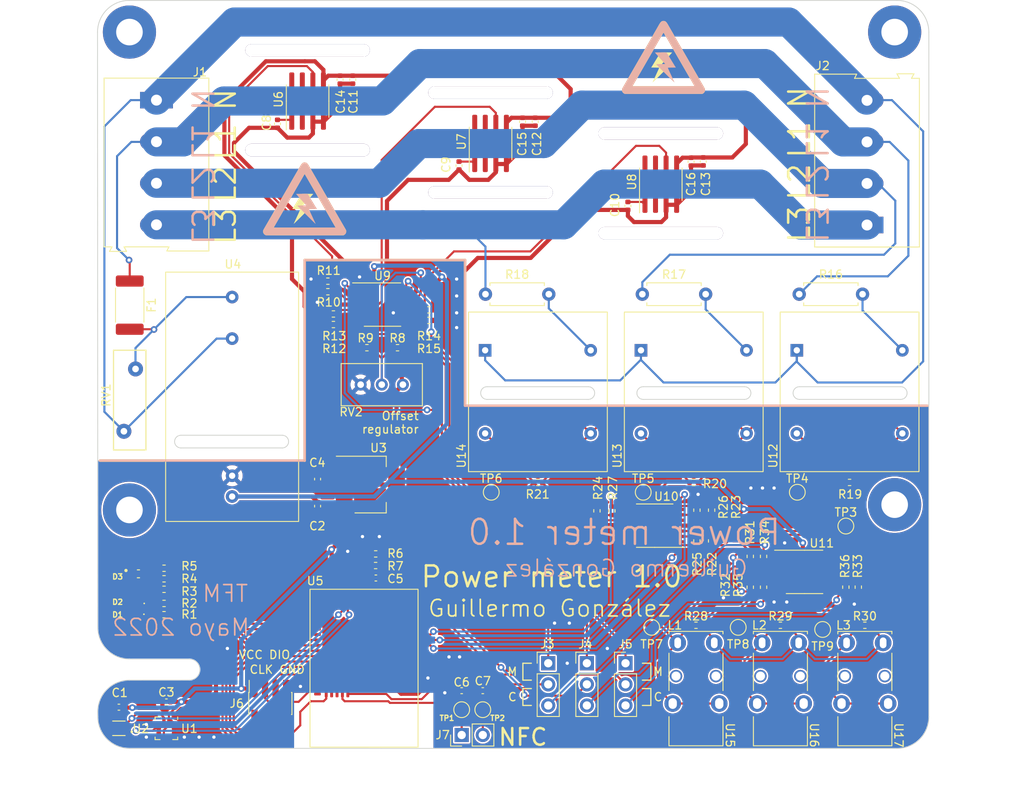
<source format=kicad_pcb>
(kicad_pcb (version 20211014) (generator pcbnew)
  (layers (0 "F.Cu" signal) (31 "B.Cu" signal) (34 "B.Paste" user) (35 "F.Paste" user) (36 "B.SilkS" user "B.Silkscreen") (37 "F.SilkS" user "F.Silkscreen") (38 "B.Mask" user) (39 "F.Mask" user) (44 "Edge.Cuts" user))
  (net 0 "")
  (net 1 "+3V3")
  (net 2 "GND")
  (net 3 "+5V")
  (net 4 "/NFC1")
  (net 5 "/NFC2")
  (net 6 "Net-(C8-Pad1)")
  (net 7 "Net-(C9-Pad1)")
  (net 8 "Net-(C10-Pad1)")
  (net 9 "Net-(D1-Pad1)")
  (net 10 "Net-(D2-Pad1)")
  (net 11 "Net-(D3-Pad2)")
  (net 12 "Net-(D3-Pad3)")
  (net 13 "/L1")
  (net 14 "Net-(F1-Pad2)")
  (net 15 "/N")
  (net 16 "/L2")
  (net 17 "/L3")
  (net 18 "/power_sensors/mlx1_out")
  (net 19 "/AIN1")
  (net 20 "/power_sensors/ct1_out")
  (net 21 "/power_sensors/mlx2_out")
  (net 22 "/AIN2")
  (net 23 "/power_sensors/ct2_out")
  (net 24 "/power_sensors/mlx3_out")
  (net 25 "/AIN3")
  (net 26 "/power_sensors/ct3_out")
  (net 27 "/PIN2")
  (net 28 "/SWCLK")
  (net 29 "/PIN4")
  (net 30 "/SWDIO")
  (net 31 "/PIN6")
  (net 32 "/PIN8")
  (net 33 "/LED1")
  (net 34 "/LED2")
  (net 35 "/LEDR")
  (net 36 "/LEDG")
  (net 37 "/LEDB")
  (net 38 "/I2C_SCL")
  (net 39 "/I2C_SDA")
  (net 40 "Net-(R8-Pad2)")
  (net 41 "Net-(R10-Pad2)")
  (net 42 "Net-(R12-Pad2)")
  (net 43 "Net-(R14-Pad2)")
  (net 44 "Net-(R16-Pad2)")
  (net 45 "Net-(R17-Pad2)")
  (net 46 "Net-(R18-Pad2)")
  (net 47 "Net-(R19-Pad2)")
  (net 48 "Net-(R20-Pad2)")
  (net 49 "Net-(R21-Pad2)")
  (net 50 "Net-(R22-Pad1)")
  (net 51 "Net-(R23-Pad1)")
  (net 52 "Net-(R24-Pad1)")
  (net 53 "/AIN4")
  (net 54 "/AIN5")
  (net 55 "/AIN6")
  (net 56 "Net-(R28-Pad2)")
  (net 57 "Net-(R29-Pad2)")
  (net 58 "Net-(R30-Pad2)")
  (net 59 "Net-(R31-Pad1)")
  (net 60 "Net-(R32-Pad1)")
  (net 61 "Net-(R33-Pad1)")
  (net 62 "/LPS_INT")
  (net 69 "/AIN0")
  (net 70 "/AIN7")
  (net 82 "/PIN_RESET")
  (net 111 "Net-(D3-Pad4)")
  (net 112 "/power_sensors/2V5")
  (footprint "guille_library:JACK_PCB_3.5" (layer "F.Cu") (at 180.592 128.293 -90)
    (fp_text reference "U16")
    (fp_text value "JACK_PCB_3.5")
  )
  (footprint "Resistor_SMD:R_0402_1005Metric" (layer "F.Cu") (at 190.752 122.174 180)
    (fp_text reference "R30")
    (fp_text value "100")
  )
  (footprint "Package_TO_SOT_SMD:SOT-223-3_TabPin2" (layer "F.Cu") (at 131.252 105.246)
    (fp_text reference "U3")
    (fp_text value "NCP1117-3.3_SOT223")
  )
  (footprint "Resistor_SMD:R_0402_1005Metric" (layer "F.Cu") (at 126.804 85.99)
    (fp_text reference "R12")
    (fp_text value "R")
  )
  (footprint "Resistor_SMD:R_0402_1005Metric" (layer "F.Cu") (at 170.544 108.328 -90)
    (fp_text reference "R26")
    (fp_text value "200k")
  )
  (footprint "Resistor_SMD:R_0402_1005Metric" (layer "F.Cu") (at 170.432 122.174 180)
    (fp_text reference "R28")
    (fp_text value "100")
  )
  (footprint "Capacitor_SMD:C_0402_1005Metric" (layer "F.Cu") (at 171.308 66.369 -90)
    (fp_text reference "C13")
    (fp_text value "100n")
  )
  (footprint "Resistor_SMD:R_0402_1005Metric" (layer "F.Cu") (at 151.414 104.99 180)
    (fp_text reference "R21")
    (fp_text value "100")
  )
  (footprint "Capacitor_SMD:C_0402_1005Metric" (layer "F.Cu") (at 151.088 61.59 -90)
    (fp_text reference "C12")
    (fp_text value "100n")
  )
  (footprint "TestPoint:TestPoint_Pad_D1.5mm" (layer "F.Cu") (at 164.084 106.172)
    (fp_text reference "TP5")
    (fp_text value "TestPoint")
  )
  (footprint "Capacitor_SMD:C_0402_1005Metric" (layer "F.Cu") (at 149.564 61.59 -90)
    (fp_text reference "C15")
    (fp_text value "10n")
  )
  (footprint "Resistor_SMD:R_0402_1005Metric" (layer "F.Cu") (at 130.835 88.777 180)
    (fp_text reference "R9")
    (fp_text value "20k")
  )
  (footprint "TestPoint:TestPoint_Pad_D1.5mm" (layer "F.Cu") (at 188.468 110.236)
    (fp_text reference "TP3")
    (fp_text value "TestPoint")
  )
  (footprint "Capacitor_SMD:C_0402_1005Metric" (layer "F.Cu") (at 100.994 132.035 180)
    (fp_text reference "C1")
    (fp_text value "100n")
  )
  (footprint "Connector_PinHeader_2.54mm:PinHeader_1x03_P2.54mm_Vertical" (layer "F.Cu") (at 152.654 126.746)
    (fp_text reference "J3")
    (fp_text value "Conn_01x03")
  )
  (footprint "Resistor_SMD:R_0402_1005Metric" (layer "F.Cu") (at 178.564 113.89 -90)
    (fp_text reference "R34")
    (fp_text value "200k")
  )
  (footprint "Connector_PinSocket_1.27mm:PinSocket_2x04_P1.27mm_Vertical_SMD" (layer "F.Cu") (at 119.214 131.59 90)
    (fp_text reference "J6")
    (fp_text value "Conn_02x04_Counter_Clockwise")
  )
  (footprint "Resistor_SMD:R_0402_1005Metric" (layer "F.Cu") (at 138.304 84.225 180)
    (fp_text reference "R14")
    (fp_text value "R")
  )
  (footprint "guille_library:MLX91208_USHIELD" (layer "F.Cu") (at 145.714 64.09 90)
    (fp_text reference "U7")
    (fp_text value "MLX91208")
  )
  (footprint "Connector_PinHeader_2.54mm:PinHeader_1x02_P2.54mm_Vertical" (layer "F.Cu") (at 142.24 135.382 90)
    (fp_text reference "J7")
    (fp_text value "Conn_01x02_Female")
  )
  (footprint "Resistor_SMD:R_0402_1005Metric" (layer "F.Cu") (at 160.314 108.41 -90)
    (fp_text reference "R27")
    (fp_text value "200k")
  )
  (footprint "guille_library:ZMPT101B" (layer "F.Cu") (at 188.914 94.09 90)
    (fp_text reference "U12")
    (fp_text value "ZMPT101B")
  )
  (footprint "guille_library:JACK_PCB_3.5" (layer "F.Cu") (at 190.752 128.293 -90)
    (fp_text reference "U17")
    (fp_text value "JACK_PCB_3.5")
  )
  (footprint "LED_SMD:LED_0402_1005Metric" (layer "F.Cu") (at 102.95 119.55 180)
    (fp_text reference "D2")
    (fp_text value "LED")
  )
  (footprint "Resistor_SMD:R_0402_1005Metric" (layer "F.Cu") (at 172.314 112.028 -90)
    (fp_text reference "R22")
    (fp_text value "10k")
  )
  (footprint "Resistor_SMD:R_0402_1005Metric" (layer "F.Cu") (at 106.426 119.55)
    (fp_text reference "R2")
    (fp_text value "1k")
  )
  (footprint "Resistor_SMD:R_0402_1005Metric" (layer "F.Cu") (at 178.564 117.6 90)
    (fp_text reference "R35")
    (fp_text value "200k")
  )
  (footprint "LOGO" (layer "F.Cu") (at 166.526 53.848)
    (fp_text reference "G***" hide)
    (fp_text value "LOGO" hide)
  )
  (footprint "Resistor_SMD:R_0402_1005Metric" (layer "F.Cu") (at 176.964 117.6 -90)
    (fp_text reference "R32")
    (fp_text value "10k")
  )
  (footprint "Resistor_SMD:R_0402_1005Metric" (layer "F.Cu") (at 106.426 120.904)
    (fp_text reference "R1")
    (fp_text value "1k")
  )
  (footprint "guille_3rdparty:SHT40" (layer "F.Cu") (at 100.994 134.575 180)
    (fp_text reference "U2")
    (fp_text value "SHT40")
  )
  (footprint "Package_SO:TSSOP-14_4.4x5mm_P0.65mm" (layer "F.Cu") (at 132.714 83.59)
    (fp_text reference "U9")
    (fp_text value "MCP6004")
  )
  (footprint "TestPoint:TestPoint_Pad_D1.5mm" (layer "F.Cu") (at 165.1 122.428)
    (fp_text reference "TP7")
    (fp_text value "TestPoint")
  )
  (footprint "Resistor_SMD:R_0402_1005Metric" (layer "F.Cu") (at 131.894 113.59 180)
    (fp_text reference "R6")
    (fp_text value "10k")
  )
  (footprint "Capacitor_SMD:C_0402_1005Metric" (layer "F.Cu") (at 169.844 66.396 -90)
    (fp_text reference "C16")
    (fp_text value "10n")
  )
  (footprint "TestPoint:TestPoint_Pad_D1.5mm" (layer "F.Cu") (at 175.514 122.428)
    (fp_text reference "TP8")
    (fp_text value "TestPoint")
  )
  (footprint "Package_SO:TSSOP-14_4.4x5mm_P0.65mm" (layer "F.Cu") (at 165.464 110.19 180)
    (fp_text reference "U10")
    (fp_text value "MCP6004")
  )
  (footprint "Resistor_SMD:R_0402_1005Metric" (layer "F.Cu") (at 126.804 84.72 180)
    (fp_text reference "R13")
    (fp_text value "R")
  )
  (footprint "guille_3rdparty:Fuse_2512_6332Metric" (layer "F.Cu") (at 102.296 83.656 -90)
    (fp_text reference "F1")
    (fp_text value "Fuse")
  )
  (footprint "Resistor_SMD:R_0402_1005Metric" (layer "F.Cu") (at 106.426 115.316)
    (fp_text reference "R5")
    (fp_text value "330")
  )
  (footprint "Package_LGA:ST_HLGA-10_2.5x2.5mm_P0.6mm_LayoutBorder3x2y" (layer "F.Cu") (at 106.709 134.575 -90)
    (fp_text reference "U1")
    (fp_text value "LPS25HB")
  )
  (footprint "Resistor_SMD:R_0402_1005Metric" (layer "F.Cu") (at 188.464 117.59 90)
    (fp_text reference "R36")
    (fp_text value "200k")
  )
  (footprint "Resistor_SMD:R_0402_1005Metric" (layer "F.Cu") (at 188.914 104.99 180)
    (fp_text reference "R19")
    (fp_text value "100")
  )
  (footprint "Varistor:RV_Disc_D12mm_W3.9mm_P7.5mm" (layer "F.Cu") (at 102.996 91.336 -90)
    (fp_text reference "RV1")
    (fp_text value "Varistor")
  )
  (footprint "Resistor_SMD:R_0402_1005Metric" (layer "F.Cu") (at 106.426 116.586)
    (fp_text reference "R4")
    (fp_text value "2k2")
  )
  (footprint "guille_library:MLX91208_USHIELD" (layer "F.Cu") (at 123.699 58.995 90)
    (fp_text reference "U6")
    (fp_text value "MLX91208")
  )
  (footprint "Resistor_SMD:R_0402_1005Metric" (layer "F.Cu") (at 158.514 108.41 90)
    (fp_text reference "R24")
    (fp_text value "10k")
  )
  (footprint "MountingHole:MountingHole_3.2mm_M3_Pad_TopBottom" (layer "F.Cu") (at 194.339 107.665)
    (fp_text reference "REF**" hide)
    (fp_text value "MountingHole_3.2mm_M3_Pad_TopBottom")
  )
  (footprint "Resistor_SMD:R_0402_1005Metric" (layer "F.Cu") (at 189.964 117.59 -90)
    (fp_text reference "R33")
    (fp_text value "10k")
  )
  (footprint "guille_library:MLX91208_USHIELD" (layer "F.Cu") (at 166.199 68.995 90)
    (fp_text reference "U8")
    (fp_text value "MLX91208")
  )
  (footprint "Resistor_THT:R_Axial_DIN0207_L6.3mm_D2.5mm_P7.62mm_Horizontal" (layer "F.Cu") (at 182.854 82.34)
    (fp_text reference "R16")
    (fp_text value "860k")
  )
  (footprint "Connector_PinHeader_2.54mm:PinHeader_1x03_P2.54mm_Vertical" (layer "F.Cu") (at 161.954 126.746)
    (fp_text reference "J5")
    (fp_text value "Conn_01x03")
  )
  (footprint "Resistor_THT:R_Axial_DIN0207_L6.3mm_D2.5mm_P7.62mm_Horizontal" (layer "F.Cu") (at 145.102 82.34)
    (fp_text reference "R18")
    (fp_text value "860k")
  )
  (footprint "Resistor_SMD:R_0402_1005Metric" (layer "F.Cu") (at 170.164 104.99 180)
    (fp_text reference "R20")
    (fp_text value "100")
  )
  (footprint "Capacitor_SMD:C_0402_1005Metric" (layer "F.Cu") (at 124.902 107.84 -90)
    (fp_text reference "C2")
    (fp_text value "10u")
  )
  (footprint "TestPoint:TestPoint_Pad_D1.5mm" (layer "F.Cu") (at 185.674 122.682)
    (fp_text reference "TP9")
    (fp_text value "TestPoint")
  )
  (footprint "MountingHole:MountingHole_3.2mm_M3_Pad_TopBottom" (layer "F.Cu") (at 102.264 50.8)
    (fp_text reference "REF**" hide)
    (fp_text value "MountingHole_3.2mm_M3_Pad_TopBottom")
  )
  (footprint "guille_library:HLK-2M05" (layer "F.Cu") (at 122.619 79.685 -90)
    (fp_text reference "U4")
    (fp_text value "HLK-2M05")
  )
  (footprint "Capacitor_SMD:C_0402_1005Metric" (layer "F.Cu") (at 141.92 66.864 -90)
    (fp_text reference "C9")
    (fp_text value "47n")
  )
  (footprint "Capacitor_SMD:C_0402_1005Metric" (layer "F.Cu") (at 124.902 104.59 90)
    (fp_text reference "C4")
    (fp_text value "10u")
  )
  (footprint "guille_library:JACK_PCB_3.5" (layer "F.Cu") (at 170.432 128.293 -90)
    (fp_text reference "U15")
    (fp_text value "JACK_PCB_3.5")
  )
  (footprint "Capacitor_SMD:C_0402_1005Metric" (layer "F.Cu") (at 142.24 130.048 180)
    (fp_text reference "C6")
    (fp_text value "330p")
  )
  (footprint "MountingHole:MountingHole_3.2mm_M3_Pad_TopBottom" (layer "F.Cu") (at 102.264 108.3)
    (fp_text reference "REF**" hide)
    (fp_text value "MountingHole_3.2mm_M3_Pad_TopBottom")
  )
  (footprint "guille_library:ZMPT101B" (layer "F.Cu") (at 170.164 94.09 90)
    (fp_text reference "U13")
    (fp_text value "ZMPT101B")
  )
  (footprint "Resistor_SMD:R_0402_1005Metric" (layer "F.Cu") (at 131.884 114.99 180)
    (fp_text reference "R7")
    (fp_text value "10k")
  )
  (footprint "Connector_PinHeader_2.54mm:PinHeader_1x03_P2.54mm_Vertical" (layer "F.Cu") (at 157.304 126.746)
    (fp_text reference "J4")
    (fp_text value "Conn_01x03")
  )
  (footprint "guille_3rdparty:APHF1608LSEEQBDZGKC" (layer "F.Cu") (at 103.344 115.986)
    (fp_text reference "D3")
    (fp_text value "LED_RGBA")
  )
  (footprint "LOGO" (layer "F.Cu") (at 123.346 70.866)
    (fp_text reference "G***" hide)
    (fp_text value "LOGO" hide)
  )
  (footprint "Resistor_SMD:R_0402_1005Metric" (layer "F.Cu") (at 106.426 117.85)
    (fp_text reference "R3")
    (fp_text value "1k")
  )
  (footprint "LED_SMD:LED_0402_1005Metric" (layer "F.Cu") (at 102.915 120.85 180)
    (fp_text reference "D1")
    (fp_text value "LED")
  )
  (footprint "Resistor_SMD:R_0402_1005Metric" (layer "F.Cu") (at 170.544 112.028 90)
    (fp_text reference "R25")
    (fp_text value "200k")
  )
  (footprint "TestPoint:TestPoint_Pad_D1.5mm" (layer "F.Cu") (at 145.796 106.172)
    (fp_text reference "TP6")
    (fp_text value "TestPoint")
  )
  (footprint "Resistor_SMD:R_0402_1005Metric" (layer "F.Cu") (at 134.52 88.777 180)
    (fp_text reference "R8")
    (fp_text value "20k")
  )
  (footprint "Capacitor_SMD:C_0402_1005Metric" (layer "F.Cu") (at 106.709 131.4)
    (fp_text reference "C3")
    (fp_text value "100n")
  )
  (footprint "Capacitor_SMD:C_0402_1005Metric" (layer "F.Cu") (at 127.608 56.53 -90)
    (fp_text reference "C14")
    (fp_text value "10n")
  )
  (footprint "guille_3rdparty:TerminalBlock_Altech_AK300-4_P5.00mm" (layer "F.Cu") (at 105.514 58.99 -90)
    (fp_text reference "J1")
    (fp_text value "Screw_Terminal_01x04")
  )
  (footprint "Package_SO:TSSOP-14_4.4x5mm_P0.65mm" (layer "F.Cu") (at 183.494 115.755)
    (fp_text reference "U11")
    (fp_text value "MCP6004")
  )
  (footprint "Resistor_SMD:R_0402_1005Metric" (layer "F.Cu") (at 126.138 80.772 180)
    (fp_text reference "R11")
    (fp_text value "R")
  )
  (footprint "Resistor_THT:R_Axial_DIN0207_L6.3mm_D2.5mm_P7.62mm_Horizontal" (layer "F.Cu") (at 163.978 82.34)
    (fp_text reference "R17")
    (fp_text value "860k")
  )
  (footprint "Capacitor_SMD:C_0402_1005Metric" (layer "F.Cu") (at 129.132 56.53 -90)
    (fp_text reference "C11")
    (fp_text value "100n")
  )
  (footprint "Capacitor_SMD:C_0402_1005Metric" (layer "F.Cu") (at 162.24 71.718 -90)
    (fp_text reference "C10")
    (fp_text value "47n")
  )
  (footprint "guille_library:MS88SF3" (layer "F.Cu") (at 130.49 127.344 180)
    (fp_text reference "U5")
    (fp_text value "MS88SF3")
  )
  (footprint "Potentiometer_THT:Potentiometer_Bourns_3296W_Vertical" (layer "F.Cu") (at 135.165 93.222)
    (fp_text reference "RV2")
    (fp_text value "R_Potentiometer_Trim")
  )
  (footprint "guille_library:ZMPT101B" (layer "F.Cu") (at 151.414 94.09 90)
    (fp_text reference "U14")
    (fp_text value "ZMPT101B")
  )
  (footprint "Resistor_SMD:R_0402_1005Metric" (layer "F.Cu") (at 180.592 122.174 180)
    (fp_text reference "R29")
    (fp_text value "100")
  )
  (footprint "TestPoint:TestPoint_Pad_D1.5mm" (layer "F.Cu") (at 182.626 106.172)
    (fp_text reference "TP4")
    (fp_text value "TestPoint")
  )
  (footprint "Capacitor_SMD:C_0402_1005Metric" (layer "F.Cu") (at 120.076 61.84 -90)
    (fp_text reference "C8")
    (fp_text value "47n")
  )
  (footprint "Resistor_SMD:R_0402_1005Metric" (layer "F.Cu") (at 126.138 82.042)
    (fp_text reference "R10")
    (fp_text value "R")
  )
  (footprint "TestPoint:TestPoint_Pad_D1.5mm" (layer "F.Cu") (at 144.78 132.334)
    (fp_text reference "TP2")
    (fp_text value "TestPoint")
  )
  (footprint "MountingHole:MountingHole_3.2mm_M3_Pad_TopBottom" (layer "F.Cu") (at 194.339 50.8)
    (fp_text reference "REF**" hide)
    (fp_text value "MountingHole_3.2mm_M3_Pad_TopBottom")
  )
  (footprint "Capacitor_SMD:C_0402_1005Metric" (layer "F.Cu") (at 144.78 130.048)
    (fp_text reference "C7")
    (fp_text value "330p")
  )
  (footprint "TestPoint:TestPoint_Pad_D1.5mm" (layer "F.Cu") (at 142.24 132.334)
    (fp_text reference "TP1")
    (fp_text value "TestPoint")
  )
  (footprint "Resistor_SMD:R_0402_1005Metric" (layer "F.Cu") (at 176.964 113.89 90)
    (fp_text reference "R31")
    (fp_text value "10k")
  )
  (footprint "Resistor_SMD:R_0402_1005Metric" (layer "F.Cu") (at 138.304 85.495)
    (fp_text reference "R15")
    (fp_text value "R")
  )
  (footprint "guille_3rdparty:TerminalBlock_Altech_AK300-4_P5.00mm" (layer "F.Cu") (at 191.014 74.015 90)
    (fp_text reference "J2")
    (fp_text value "Screw_Terminal_01x04")
  )
  (footprint "Resistor_SMD:R_0402_1005Metric" (layer "F.Cu") (at 172.314 108.328 90)
    (fp_text reference "R23")
    (fp_text value "10k")
  )
  (footprint "Capacitor_SMD:C_0402_1005Metric" (layer "F.Cu") (at 131.914 116.49 180)
    (fp_text reference "C5")
    (fp_text value "100n")
  )
  (footprint "LOGO" (layer "B.Cu") (at 166.526 53.848 180)
    (fp_text reference "G***" hide)
    (fp_text value "LOGO" hide)
  )
  (footprint "LOGO" (layer "B.Cu") (at 123.346 70.866 180)
    (fp_text reference "G***" hide)
    (fp_text value "LOGO" hide)
  )
  (gr_line (start 142.65 78.232) (end 142.65 95.758) (layer "B.SilkS") (width 0.3))
  (gr_line (start 142.65 95.758) (end 198.276 95.758) (layer "B.SilkS") (width 0.3))
  (gr_line (start 123.346 102.362) (end 123.346 78.232) (layer "B.SilkS") (width 0.3))
  (gr_line (start 98.708 102.362) (end 123.346 102.362) (layer "B.SilkS") (width 0.3))
  (gr_line (start 123.346 78.232) (end 142.65 78.232) (layer "B.SilkS") (width 0.3))
  (gr_line (start 150.622 128.778) (end 149.606 128.778) (layer "F.SilkS") (width 0.15))
  (gr_line (start 160.176 95.758) (end 161.446 95.758) (layer "F.SilkS") (width 0.3))
  (gr_line (start 149.606 129.794) (end 150.622 129.794) (layer "F.SilkS") (width 0.15))
  (gr_line (start 165.002 129.794) (end 165.002 131.826) (layer "F.SilkS") (width 0.15))
  (gr_line (start 149.606 128.778) (end 149.606 126.746) (layer "F.SilkS") (width 0.15))
  (gr_line (start 165.002 131.826) (end 163.986 131.826) (layer "F.SilkS") (width 0.15))
  (gr_line (start 150.622 131.826) (end 149.606 131.826) (layer "F.SilkS") (width 0.15))
  (gr_line (start 163.986 126.746) (end 165.002 126.746) (layer "F.SilkS") (width 0.15))
  (gr_line (start 123.346 78.232) (end 142.65 78.232) (layer "F.SilkS") (width 0.3))
  (gr_line (start 163.986 129.794) (end 165.002 129.794) (layer "F.SilkS") (width 0.15))
  (gr_line (start 149.606 131.826) (end 149.606 129.794) (layer "F.SilkS") (width 0.15))
  (gr_line (start 178.845 95.758) (end 180.115 95.758) (layer "F.SilkS") (width 0.3))
  (gr_line (start 98.708 102.362) (end 106.328 102.362) (layer "F.SilkS") (width 0.3))
  (gr_line (start 123.346 102.362) (end 123.346 78.232) (layer "F.SilkS") (width 0.3))
  (gr_line (start 149.606 126.746) (end 150.622 126.746) (layer "F.SilkS") (width 0.15))
  (gr_line (start 142.65 78.232) (end 142.65 95.758) (layer "F.SilkS") (width 0.3))
  (gr_line (start 165.002 126.746) (end 165.002 128.778) (layer "F.SilkS") (width 0.15))
  (gr_line (start 165.002 128.778) (end 163.986 128.778) (layer "F.SilkS") (width 0.15))
  (gr_line (start 197.514 95.758) (end 198.276 95.758) (layer "F.SilkS") (width 0.3))
  (gr_line (start 176.276 94.996) (end 164.084 94.996) (layer "Edge.Cuts") (width 0.1))
  (gr_arc (start 198.455923 133.185923) (mid 197.34 135.88) (end 194.645923 136.995923) (layer "Edge.Cuts") (width 0.1))
  (gr_line (start 157.48 93.472) (end 145.288 93.472) (layer "Edge.Cuts") (width 0.1))
  (gr_line (start 120.65 99.314) (end 108.458 99.314) (layer "Edge.Cuts") (width 0.1))
  (gr_arc (start 109.474 126.238) (mid 110.744 127.508) (end 109.474 128.778) (layer "Edge.Cuts") (width 0.1))
  (gr_arc (start 108.458 100.838) (mid 107.696 100.076) (end 108.458 99.314) (layer "Edge.Cuts") (width 0.1))
  (gr_arc (start 176.276 93.472) (mid 177.038 94.234) (end 176.276 94.996) (layer "Edge.Cuts") (width 0.1))
  (gr_line (start 176.276 93.472) (end 164.084 93.472) (layer "Edge.Cuts") (width 0.1))
  (gr_line (start 198.455923 133.185923) (end 198.448523 50.8) (layer "Edge.Cuts") (width 0.1))
  (gr_line (start 195.072 94.996) (end 182.88 94.996) (layer "Edge.Cuts") (width 0.1))
  (gr_arc (start 164.084 94.996) (mid 163.322 94.234) (end 164.084 93.472) (layer "Edge.Cuts") (width 0.1))
  (gr_line (start 102.264077 126.235923) (end 109.474 126.238) (layer "Edge.Cuts") (width 0.1))
  (gr_line (start 98.444077 132.594077) (end 98.454077 133.175923) (layer "Edge.Cuts") (width 0.1))
  (gr_arc (start 145.288 94.996) (mid 144.526 94.234) (end 145.288 93.472) (layer "Edge.Cuts") (width 0.1))
  (gr_line (start 120.65 100.838) (end 108.458 100.838) (layer "Edge.Cuts") (width 0.1))
  (gr_line (start 157.48 94.996) (end 145.288 94.996) (layer "Edge.Cuts") (width 0.1))
  (gr_arc (start 157.48 93.472) (mid 158.242 94.234) (end 157.48 94.996) (layer "Edge.Cuts") (width 0.1))
  (gr_line (start 98.425 50.8) (end 98.454077 122.425923) (layer "Edge.Cuts") (width 0.1))
  (gr_arc (start 182.88 94.996) (mid 182.118 94.234) (end 182.88 93.472) (layer "Edge.Cuts") (width 0.1))
  (gr_arc (start 98.425 50.8) (mid 99.540923 48.105923) (end 102.235 46.99) (layer "Edge.Cuts") (width 0.1))
  (gr_arc (start 98.444077 132.594077) (mid 99.56 129.9) (end 102.254077 128.784077) (layer "Edge.Cuts") (width 0.1))
  (gr_line (start 102.264077 136.985923) (end 194.645923 136.995923) (layer "Edge.Cuts") (width 0.1))
  (gr_arc (start 120.65 99.314) (mid 121.412 100.076) (end 120.65 100.838) (layer "Edge.Cuts") (width 0.1))
  (gr_line (start 194.638523 46.99) (end 102.235 46.99) (layer "Edge.Cuts") (width 0.1))
  (gr_line (start 109.474 128.778) (end 102.254077 128.784077) (layer "Edge.Cuts") (width 0.1))
  (gr_arc (start 195.072 93.472) (mid 195.834 94.234) (end 195.072 94.996) (layer "Edge.Cuts") (width 0.1))
  (gr_line (start 195.072 93.472) (end 182.88 93.472) (layer "Edge.Cuts") (width 0.1))
  (gr_arc (start 102.264077 136.985923) (mid 99.57 135.87) (end 98.454077 133.175923) (layer "Edge.Cuts") (width 0.1))
  (gr_arc (start 102.264077 126.235923) (mid 99.57 125.12) (end 98.454077 122.425923) (layer "Edge.Cuts") (width 0.1))
  (gr_arc (start 194.638523 46.99) (mid 197.3326 48.105923) (end 198.448523 50.8) (layer "Edge.Cuts") (width 0.1))
  (gr_text "L1" (at 184.912 63.754 -90) (layer "B.SilkS") (effects (font (size 2.5 2.5) (thickness 0.3)) (justify mirror)))
  (gr_text "L2" (at 184.912 68.834 -90) (layer "B.SilkS") (effects (font (size 2.5 2.5) (thickness 0.3)) (justify mirror)))
  (gr_text "Mayo 2022" (at 108.458 122.428) (layer "B.SilkS") (effects (font (size 2 2) (thickness 0.2)) (justify mirror)))
  (gr_text "Power meter 1.0" (at 161.798 110.998) (layer "B.SilkS") (effects (font (size 3 3) (thickness 0.3)) (justify mirror)))
  (gr_text "N" (at 110.998 58.928 -90) (layer "B.SilkS") (effects (font (size 2.5 2.5) (thickness 0.3)) (justify mirror)))
  (gr_text "L2" (at 110.998 69.088 -90) (layer "B.SilkS") (effects (font (size 2.5 2.5) (thickness 0.3)) (justify mirror)))
  (gr_text "L3\n" (at 110.998 74.168 -90) (layer "B.SilkS") (effects (font (size 2.5 2.5) (thickness 0.3)) (justify mirror)))
  (gr_text "Guillermo González" (at 162.052 115.316) (layer "B.SilkS") (effects (font (size 2 2) (thickness 0.2)) (justify mirror)))
  (gr_text "TFM" (at 113.792 118.364) (layer "B.SilkS") (effects (font (size 2 2) (thickness 0.2)) (justify mirror)))
  (gr_text "L1" (at 110.998 64.008 -90) (layer "B.SilkS") (effects (font (size 2.5 2.5) (thickness 0.3)) (justify mirror)))
  (gr_text "L3\n" (at 184.912 73.914 -90) (layer "B.SilkS") (effects (font (size 2.5 2.5) (thickness 0.3)) (justify mirror)))
  (gr_text "N" (at 184.912 58.674 -90) (layer "B.SilkS") (effects (font (size 2.5 2.5) (thickness 0.3)) (justify mirror)))
  (gr_text "L3" (at 188.18 122.174) (layer "F.SilkS") (effects (font (size 1 1))))
  (gr_text "L1" (at 182.88 63.754 90) (layer "F.SilkS") (effects (font (size 2.5 2.5) (thickness 0.3))))
  (gr_text "L2" (at 182.88 68.834 90) (layer "F.SilkS") (effects (font (size 2.5 2.5) (thickness 0.3))))
  (gr_text "M" (at 165.862 127.762) (layer "F.SilkS") (effects (font (size 1 1))))
  (gr_text "NFC" (at 149.606 135.636) (layer "F.SilkS") (effects (font (size 2 2) (thickness 0.3))))
  (gr_text "CLK GND" (at 120.044 127.508) (layer "F.SilkS") (effects (font (size 1 1))))
  (gr_text "C" (at 148.336 130.81) (layer "F.SilkS") (effects (font (size 1 1))))
  (gr_text "L2" (at 113.792 69.088 90) (layer "F.SilkS") (effects (font (size 2.5 2.5) (thickness 0.3))))
  (gr_text "Guillermo González" (at 152.81 120.142) (layer "F.SilkS") (effects (font (size 2 2) (thickness 0.2))))
  (gr_text "M" (at 148.336 127.762) (layer "F.SilkS") (effects (font (size 1 1))))
  (gr_text "L1" (at 167.894 122.174) (layer "F.SilkS") (effects (font (size 1 1))))
  (gr_text "Offset\nregulator" (at 137.16 97.79) (layer "F.SilkS") (effects (font (size 1 1)) (justify right)))
  (gr_text "VCC DIO" (at 118.52 125.73) (layer "F.SilkS") (effects (font (size 1 1))))
  (gr_text "C" (at 165.862 130.81) (layer "F.SilkS") (effects (font (size 1 1))))
  (gr_text "L3\n" (at 113.792 74.168 90) (layer "F.SilkS") (effects (font (size 2.5 2.5) (thickness 0.3))))
  (gr_text "Power meter 1.0" (at 153.064 116.332) (layer "F.SilkS") (effects (font (size 2.5 2.5) (thickness 0.3))))
  (gr_text "N" (at 113.792 58.928 90) (layer "F.SilkS") (effects (font (size 2.5 2.5) (thickness 0.3))))
  (gr_text "L2" (at 178.054 122.174) (layer "F.SilkS") (effects (font (size 1 1))))
  (gr_text "L3\n" (at 182.88 73.914 90) (layer "F.SilkS") (effects (font (size 2.5 2.5) (thickness 0.3))))
  (gr_text "N" (at 182.88 58.674 90) (layer "F.SilkS") (effects (font (size 2.5 2.5) (thickness 0.3))))
  (gr_text "L1" (at 113.792 64.008 90) (layer "F.SilkS") (effects (font (size 2.5 2.5) (thickness 0.3))))
  (segment (start 99.216 133.858) (end 99.216 133.096) (width 0.25) (layer "F.Cu") (net 1))
  (segment (start 134.402 93.985) (end 135.165 93.222) (width 0.5) (layer "F.Cu") (net 1))
  (segment (start 106.409 134.793) (end 106.409 135.5) (width 0.25) (layer "F.Cu") (net 1))
  (segment (start 100.67393 132.842) (end 101.474 132.04193) (width 0.25) (layer "F.Cu") (net 1))
  (segment (start 111.59 131.39) (end 112.678 130.302) (width 0.5) (layer "F.Cu") (net 1))
  (segment (start 99.533 134.175) (end 99.216 133.858) (width 0.25) (layer "F.Cu") (net 1))
  (segment (start 124.902 105.07) (end 125.078 105.246) (width 0.25) (layer "F.Cu") (net 1))
  (segment (start 99.216 133.096) (end 99.47 132.842) (width 0.25) (layer "F.Cu") (net 1))
  (segment (start 134.402 105.246) (end 134.402 93.985) (width 0.5) (layer "F.Cu") (net 1))
  (segment (start 135.03 88.777) (end 135.03 93.087) (width 0.5) (layer "F.Cu") (net 1))
  (segment (start 108.514 131.39) (end 107.199 131.39) (width 0.5) (layer "F.Cu") (net 1))
  (segment (start 126.59 113.058) (end 134.402 105.246) (width 0.5) (layer "F.Cu") (net 1))
  (segment (start 103.886 123.444) (end 102.43 121.988) (width 0.5) (layer "F.Cu") (net 1))
  (segment (start 134.402 105.246) (end 134.402 111.592) (width 0.5) (layer "F.Cu") (net 1))
  (segment (start 101.346 118.431) (end 101.346 116.078) (width 0.5) (layer "F.Cu") (net 1))
  (segment (start 112.678 130.302) (end 112.678 125.632) (width 0.5) (layer "F.Cu") (net 1))
  (segment (start 107.009 133.65) (end 107.309 133.65) (width 0.25) (layer "F.Cu") (net 1))
  (segment (start 117.309 129.79) (end 115.714 129.79) (width 0.5) (layer "F.Cu") (net 1))
  (segment (start 101.474 132.04193) (end 101.474 132.035) (width 0.25) (layer "F.Cu") (net 1))
  (segment (start 134.402 111.592) (end 132.404 113.59) (width 0.5) (layer "F.Cu") (net 1))
  (segment (start 107.199 131.39) (end 107.189 131.4) (width 0.5) (layer "F.Cu") (net 1))
  (segment (start 132.394 116.49) (end 132.394 114.99) (width 0.5) (layer "F.Cu") (net 1))
  (segment (start 110.49 123.444) (end 103.886 123.444) (width 0.5) (layer "F.Cu") (net 1))
  (segment (start 126.59 118.844) (end 126.59 113.058) (width 0.5) (layer "F.Cu") (net 1))
  (segment (start 128.102 105.246) (end 134.402 105.246) (width 0.5) (layer "F.Cu") (net 1))
  (segment (start 107.009 133.65) (end 107.009 132.895) (width 0.25) (layer "F.Cu") (net 1))
  (segment (start 101.529 132.09) (end 101.474 132.035) (width 0.5) (layer "F.Cu") (net 1))
  (segment (start 101.346 116.078) (end 101.788 115.636) (width 0.5) (layer "F.Cu") (net 1))
  (segment (start 107.009 133.65) (end 107.009 134.193) (width 0.25) (layer "F.Cu") (net 1))
  (segment (start 112.678 125.632) (end 110.49 123.444) (width 0.5) (layer "F.Cu") (net 1))
  (segment (start 125.078 105.246) (end 128.102 105.246) (width 0.25) (layer "F.Cu") (net 1))
  (segment (start 99.47 132.842) (end 100.67393 132.842) (width 0.25) (layer "F.Cu") (net 1))
  (segment (start 107.309 133.65) (end 107.634 133.975) (width 0.25) (layer "F.Cu") (net 1))
  (segment (start 102.614 132.09) (end 101.529 132.09) (width 0.5) (layer "F.Cu") (net 1))
  (segment (start 108.514 131.39) (end 111.59 131.39) (width 0.5) (layer "F.Cu") (net 1))
  (segment (start 102.465 120.815) (end 102.43 120.85) (width 0.5) (layer "F.Cu") (net 1))
  (segment (start 102.465 119.55) (end 101.346 118.431) (width 0.5) (layer "F.Cu") (net 1))
  (segment (start 132.404 113.59) (end 132.404 114.98) (width 0.5) (layer "F.Cu") (net 1))
  (segment (start 132.404 114.98) (end 132.394 114.99) (width 0.5) (layer "F.Cu") (net 1))
  (segment (start 102.43 121.988) (end 102.43 120.85) (width 0.5) (layer "F.Cu") (net 1))
  (segment (start 100.294 134.175) (end 99.533 134.175) (width 0.25) (layer "F.Cu") (net 1))
  (segment (start 107.009 134.193) (end 106.409 134.793) (width 0.25) (layer "F.Cu") (net 1))
  (segment (start 101.788 115.636) (end 102.694 115.636) (width 0.5) (layer "F.Cu") (net 1))
  (segment (start 127.24 118.844) (end 126.59 118.844) (width 0.5) (layer "F.Cu") (net 1))
  (segment (start 102.465 119.55) (end 102.465 120.815) (width 0.5) (layer "F.Cu") (net 1))
  (segment (start 107.009 132.895) (end 108.514 131.39) (width 0.25) (layer "F.Cu") (net 1))
  (segment (start 135.03 93.087) (end 135.165 93.222) (width 0.5) (layer "F.Cu") (net 1))
  (via (at 115.714 129.79) (size 0.8) (drill 0.4) (layers "F.Cu" "B.Cu") (net 1))
  (via (at 108.514 131.39) (size 0.8) (drill 0.4) (layers "F.Cu" "B.Cu") (net 1))
  (via (at 126.59 113.058) (size 0.8) (drill 0.4) (layers "F.Cu" "B.Cu") (net 1))
  (via (at 102.614 132.09) (size 0.8) (drill 0.4) (layers "F.Cu" "B.Cu") (net 1))
  (segment (start 115.714 129.79) (end 110.114 129.79) (width 0.5) (layer "B.Cu") (net 1))
  (segment (start 115.714 129.79) (end 115.714 123.934) (width 0.5) (layer "B.Cu") (net 1))
  (segment (start 107.814 132.09) (end 102.614 132.09) (width 0.5) (layer "B.Cu") (net 1))
  (segment (start 110.114 129.79) (end 108.514 131.39) (width 0.5) (layer "B.Cu") (net 1))
  (segment (start 115.714 123.934) (end 126.59 113.058) (width 0.5) (layer "B.Cu") (net 1))
  (segment (start 108.514 131.39) (end 107.814 132.09) (width 0.5) (layer "B.Cu") (net 1))
  (segment (start 147.619 66.675) (end 146.349 66.675) (width 0.5) (layer "F.Cu") (net 2))
  (segment (start 144.174 77.978) (end 141.634 80.518) (width 0.5) (layer "F.Cu") (net 2))
  (segment (start 124.334 63.02) (end 123.854 63.5) (width 0.5) (layer "F.Cu") (net 2))
  (segment (start 169.844 66.876) (end 169.844 69.84) (width 0.5) (layer "F.Cu") (net 2))
  (segment (start 146.349 67.675) (end 146.349 66.675) (width 0.5) (layer "F.Cu") (net 2))
  (segment (start 149.564 62.07) (end 149.564 64.73) (width 0.5) (layer "F.Cu") (net 2))
  (segment (start 169.844 69.84) (end 168.104 71.58) (width 0.5) (layer "F.Cu") (net 2))
  (segment (start 166.834 73.098) (end 166.272 73.66) (width 0.5) (layer "F.Cu") (net 2))
  (segment (start 141.92 67.344) (end 143.156 68.58) (width 0.5) (layer "F.Cu") (net 2))
  (segment (start 134.292 83.59) (end 133.252 82.55) (width 0.5) (layer "F.Cu") (net 2))
  (segment (start 133.252 71.12) (end 135.792 68.58) (width 0.5) (layer "F.Cu") (net 2))
  (segment (start 123.854 63.5) (end 121.256 63.5) (width 0.5) (layer "F.Cu") (net 2))
  (segment (start 116.652 62.32) (end 114.83804 64.13396) (width 0.5) (layer "F.Cu") (net 2))
  (segment (start 132.04 127.509) (end 132.04 126.944) (width 0.5) (layer "F.Cu") (net 2))
  (segment (start 120.076 62.32) (end 116.652 62.32) (width 0.5) (layer "F.Cu") (net 2))
  (segment (start 166.272 73.66) (end 162.97 73.66) (width 0.5) (layer "F.Cu") (net 2))
  (segment (start 168.104 71.58) (end 166.834 71.58) (width 0.5) (layer "F.Cu") (net 2))
  (segment (start 114.83804 65.15204) (end 129.95 80.264) (width 0.5) (layer "F.Cu") (net 2))
  (segment (start 166.834 71.58) (end 166.834 73.098) (width 0.5) (layer "F.Cu") (net 2))
  (segment (start 125.604 61.58) (end 127.608 59.576) (width 0.5) (layer "F.Cu") (net 2))
  (segment (start 134.94952 130.41852) (end 132.04 127.509) (width 0.5) (layer "F.Cu") (net 2))
  (segment (start 162.24 72.198) (end 156.318494 72.198) (width 0.5) (layer "F.Cu") (net 2))
  (segment (start 169.871 66.849) (end 169.844 66.876) (width 0.5) (layer "F.Cu") (net 2))
  (segment (start 162.24 72.93) (end 162.24 72.198) (width 0.5) (layer "F.Cu") (net 2))
  (segment (start 156.318494 72.198) (end 150.538494 77.978) (width 0.5) (layer "F.Cu") (net 2))
  (segment (start 133.252 82.55) (end 133.252 71.12) (width 0.5) (layer "F.Cu") (net 2))
  (segment (start 138.176 129.188) (end 138.176 128.524) (width 0.5) (layer "F.Cu") (net 2))
  (segment (start 162.97 73.66) (end 162.24 72.93) (width 0.5) (layer "F.Cu") (net 2))
  (segment (start 135.5765 83.59) (end 134.292 83.59) (width 0.5) (layer "F.Cu") (net 2))
  (segment (start 140.684 68.58) (end 141.92 67.344) (width 0.5) (layer "F.Cu") (net 2))
  (segment (start 136.94548 130.41852) (end 134.94952 130.41852) (width 0.5) (layer "F.Cu") (net 2))
  (segment (start 149.564 64.73) (end 147.619 66.675) (width 0.5) (layer "F.Cu") (net 2))
  (segment (start 121.256 63.5) (end 120.076 62.32) (width 0.5) (layer "F.Cu") (net 2))
  (segment (start 151.088 62.07) (end 149.564 62.07) (width 0.5) (layer "F.Cu") (net 2))
  (segment (start 150.538494 77.978) (end 144.174 77.978) (width 0.5) (layer "F.Cu") (net 2))
  (segment (start 136.94548 130.41852) (end 138.176 129.188) (width 0.5) (layer "F.Cu") (net 2))
  (segment (start 145.444 68.58) (end 146.349 67.675) (width 0.5) (layer "F.Cu") (net 2))
  (segment (start 127.608 57.01) (end 129.132 57.01) (width 0.5) (layer "F.Cu") (net 2))
  (segment (start 127.608 59.576) (end 127.608 57.01) (width 0.5) (layer "F.Cu") (net 2))
  (segment (start 143.156 68.58) (end 145.444 68.58) (width 0.5) (layer "F.Cu") (net 2))
  (segment (start 135.792 68.58) (end 140.684 68.58) (width 0.5) (layer "F.Cu") (net 2))
  (segment (start 124.334 61.58) (end 125.604 61.58) (width 0.5) (layer "F.Cu") (net 2))
  (segment (start 171.308 66.849) (end 169.871 66.849) (width 0.5) (layer "F.Cu") (net 2))
  (segment (start 114.83804 64.13396) (end 114.83804 65.15204) (width 0.5) (layer "F.Cu") (net 2))
  (segment (start 124.334 61.58) (end 124.334 63.02) (width 0.5) (layer "F.Cu") (net 2))
  (via (at 124.87 83.312) (size 0.8) (drill 0.4) (layers "F.Cu" "B.Cu") (net 2))
  (via (at 140.716 125.984) (size 0.8) (drill 0.4) (layers "F.Cu" "B.Cu") (net 2))
  (via (at 138.176 128.524) (size 0.8) (drill 0.4) (layers "F.Cu" "B.Cu") (net 2))
  (via (at 112.424 135.636) (size 0.8) (drill 0.4) (layers "F.Cu" "B.Cu") (net 2))
  (via (at 141.634 82.55) (size 0.8) (drill 0.4) (layers "F.Cu" "B.Cu") (net 2))
  (via (at 130.302 111.506) (size 0.8) (drill 0.4) (layers "F.Cu" "B.Cu") (net 2))
  (via (at 154.94 126.746) (size 0.8) (drill 0.4) (layers "F.Cu" "B.Cu") (net 2))
  (via (at 124.108 80.518) (size 0.8) (drill 0.4) (layers "F.Cu" "B.Cu") (net 2))
  (via (at 114.046 124.968) (size 0.8) (drill 0.4) (layers "F.Cu" "B.Cu") (net 2))
  (via (at 129.95 80.264) (size 0.8) (drill 0.4) (layers "F.Cu" "B.Cu") (net 2))
  (via (at 128.524 113.284) (size 0.8) (drill 0.4) (layers "F.Cu" "B.Cu") (net 2))
  (via (at 104.296 135.636) (size 0.8) (drill 0.4) (layers "F.Cu" "B.Cu") (net 2))
  (via (at 159.766 124.968) (size 0.8) (drill 0.4) (layers "F.Cu" "B.Cu") (net 2))
  (via (at 189.484 119.634) (size 0.8) (drill 0.4) (layers "F.Cu" "B.Cu") (net 2))
  (via (at 170.688 106.426) (size 0.8) (drill 0.4) (layers "F.Cu" "B.Cu") (net 2))
  (via (at 181.356 119.38) (size 0.8) (drill 0.4) (layers "F.Cu" "B.Cu") (net 2))
  (via (at 178.435 105.664) (size 0.8) (drill 0.4) (layers "F.Cu" "B.Cu") (net 2))
  (via (at 181.102 112.268) (size 0.8) (drill 0.4) (layers "F.Cu" "B.Cu") (net 2))
  (via (at 141.986 125.984) (size 0.8) (drill 0.4) (layers "F.Cu" "B.Cu") (net 2))
  (via (at 108.868 135.636) (size 0.8) (drill 0.4) (layers "F.Cu" "B.Cu") (net 2))
  (via (at 141.634 80.518) (size 0.8) (drill 0.4) (layers "F.Cu" "B.Cu") (net 2))
  (via (at 153.416 121.92) (size 0.8) (drill 0.4) (layers "F.Cu" "B.Cu") (net 2))
  (via (at 104.296 134.112) (size 0.8) (drill 0.4) (layers "F.Cu" "B.Cu") (net 2))
  (via (at 173.736 118.872) (size 0.8) (drill 0.4) (layers "F.Cu" "B.Cu") (net 2))
  (via (at 140.208 130.302) (size 0.8) (drill 0.4) (layers "F.Cu" "B.Cu") (net 2))
  (via (at 132.334 111.506) (size 0.8) (drill 0.4) (layers "F.Cu" "B.Cu") (net 2))
  (via (at 122.838 129.54) (size 0.8) (drill 0.4) (layers "F.Cu" "B.Cu") (net 2))
  (via (at 141.634 84.582) (size 0.8) (drill 0.4) (layers "F.Cu" "B.Cu") (net 2))
  (via (at 179.832 105.664) (size 0.8) (drill 0.4) (layers "F.Cu" "B.Cu") (net 2))
  (via (at 179.832 119.38) (size 0.8) (drill 0.4) (layers "F.Cu" "B.Cu") (net 2))
  (via (at 134.014 84.582) (size 0.8) (drill 0.4) (layers "F.Cu" "B.Cu") (net 2))
  (via (at 110.646 135.636) (size 0.8) (drill 0.4) (layers "F.Cu" "B.Cu") (net 2))
  (via (at 155.194 121.92) (size 0.8) (drill 0.4) (layers "F.Cu" "B.Cu") (net 2))
  (via (at 141.634 86.36) (size 0.8) (drill 0.4) (layers "F.Cu" "B.Cu") (net 2))
  (via (at 177.038 105.664) (size 0.8) (drill 0.4) (layers "F.Cu" "B.Cu") (net 2))
  (segment (start 155.35 59.69) (end 174.654 59.69) (width 0.5) (layer "F.Cu") (net 3))
  (segment (start 170.013506 109.728) (end 174.146 109.728) (width 0.5) (layer "F.Cu") (net 3))
  (segment (start 153.742 56.05) (end 155.35 57.658) (width 0.5) (layer "F.Cu") (net 3))
  (segment (start 155.35 59.69) (end 153.93 61.11) (width 0.5) (layer "F.Cu") (net 3))
  (segment (start 125.516 85.99) (end 123.346 83.82) (width 0.5) (layer "F.Cu") (net 3))
  (segment (start 127.916 107.36) (end 128.102 107.546) (width 0.25) (layer "F.Cu") (net 3))
  (segment (start 123.376025 54.315481) (end 118.676025 54.315481) (width 0.5) (layer "F.Cu") (net 3))
  (segment (start 124.57548 54.31548) (end 123.376025 54.315481) (width 0.5) (layer "F.Cu") (net 3))
  (segment (start 176.432 64.262) (end 174.805 65.889) (width 0.5) (layer "F.Cu") (net 3))
  (segment (start 138.814 81.306) (end 139.856 80.264) (width 0.5) (layer "F.Cu") (net 3))
  (segment (start 121.822 73.760988) (end 121.822 80.518) (width 0.5) (layer "F.Cu") (net 3))
  (segment (start 138.814 84.225) (end 138.814 81.306) (width 0.5) (layer "F.Cu") (net 3))
  (segment (start 183.29 112.268) (end 183.29 114.808) (width 0.5) (layer "F.Cu") (net 3))
  (segment (start 118.676025 54.315481) (end 113.689001 59.302505) (width 0.5) (layer "F.Cu") (net 3))
  (segment (start 127.049364 83.59) (end 125.628 82.168636) (width 0.5) (layer "F.Cu") (net 3))
  (segment (start 174.146 109.728) (end 174.654 109.728) (width 0.5) (layer "F.Cu") (net 3))
  (segment (start 169.844 65.916) (end 168.818 65.916) (width 0.5) (layer "F.Cu") (net 3))
  (segment (start 171.308 65.889) (end 169.871 65.889) (width 0.5) (layer "F.Cu") (net 3))
  (segment (start 113.689001 65.627989) (end 121.822 73.760988) (width 0.5) (layer "F.Cu") (net 3))
  (segment (start 129.132 56.05) (end 153.742 56.05) (width 0.5) (layer "F.Cu") (net 3))
  (segment (start 125.604 56.63) (end 125.604 55.344) (width 0.5) (layer "F.Cu") (net 3))
  (segment (start 125.604 56.63) (end 126.184 56.05) (width 0.5) (layer "F.Cu") (net 3))
  (segment (start 174.654 59.69) (end 176.432 61.468) (width 0.5) (layer "F.Cu") (net 3))
  (segment (start 155.35 57.658) (end 155.35 59.69) (width 0.5) (layer "F.Cu") (net 3))
  (segment (start 124.227 106.685) (end 124.902 107.36) (width 0.5) (layer "F.Cu") (net 3))
  (segment (start 114.619 106.685) (end 124.227 106.685) (width 0.5) (layer "F.Cu") (net 3))
  (segment (start 153.93 61.11) (end 151.088 61.11) (width 0.5) (layer "F.Cu") (net 3))
  (segment (start 130.715658 83.59048) (end 129.696 83.59048) (width 0.5) (layer "F.Cu") (net 3))
  (segment (start 124.902 107.36) (end 127.916 107.36) (width 0.25) (layer "F.Cu") (net 3))
  (segment (start 126.294 85.99) (end 125.516 85.99) (width 0.5) (layer "F.Cu") (net 3))
  (segment (start 168.818 65.916) (end 168.104 66.63) (width 0.5) (layer "F.Cu") (net 3))
  (segment (start 169.871 65.889) (end 169.844 65.916) (width 0.5) (layer "F.Cu") (net 3))
  (segment (start 126.184 56.05) (end 127.608 56.05) (width 0.5) (layer "F.Cu") (net 3))
  (segment (start 131.728 78.994) (end 131.728 82.578138) (width 0.5) (layer "F.Cu") (net 3))
  (segment (start 176.432 61.468) (end 176.432 64.262) (width 0.5) (layer "F.Cu") (net 3))
  (segment (start 148.234 61.11) (end 147.619 61.725) (width 0.5) (layer "F.Cu") (net 3))
  (segment (start 174.805 65.889) (end 171.308 65.889) (width 0.5) (layer "F.Cu") (net 3))
  (segment (start 129.696 83.59048) (end 129.69648 83.59) (width 0.5) (layer "F.Cu") (net 3))
  (segment (start 183.29 114.808) (end 182.343 115.755) (width 0.5) (layer "F.Cu") (net 3))
  (segment (start 131.728 82.578138) (end 130.715658 83.59048) (width 0.5) (layer "F.Cu") (net 3))
  (segment (start 127.896 107.34) (end 128.102 107.546) (width 0.25) (layer "F.Cu") (net 3))
  (segment (start 125.628 82.168636) (end 125.628 82.042) (width 0.5) (layer "F.Cu") (net 3))
  (segment (start 149.564 61.11) (end 151.088 61.11) (width 0.5) (layer "F.Cu") (net 3))
  (segment (start 182.343 115.755) (end 180.6315 115.755) (width 0.5) (layer "F.Cu") (net 3))
  (segment (start 168.3265 110.19) (end 169.551506 110.19) (width 0.5) (layer "F.Cu") (net 3))
  (segment (start 121.822 80.518) (end 123.346 82.042) (width 0.5) (layer "F.Cu") (net 3))
  (segment (start 123.346 82.042) (end 125.628 82.042) (width 0.5) (layer "F.Cu") (net 3))
  (segment (start 129.8515 83.59) (end 127.049364 83.59) (width 0.5) (layer "F.Cu") (net 3))
  (segment (start 113.689001 59.302505) (end 113.689001 65.627989) (width 0.5) (layer "F.Cu") (net 3))
  (segment (start 129.69648 83.59) (end 129.8515 83.59) (width 0.5) (layer "F.Cu") (net 3))
  (segment (start 169.551506 110.19) (end 170.013506 109.728) (width 0.5) (layer "F.Cu") (net 3))
  (segment (start 174.654 109.728) (end 176.178 108.204) (width 0.5) (layer "F.Cu") (net 3))
  (segment (start 125.604 55.344) (end 124.57548 54.31548) (width 0.5) (layer "F.Cu") (net 3))
  (segment (start 149.564 61.11) (end 148.234 61.11) (width 0.5) (layer "F.Cu") (net 3))
  (segment (start 127.608 56.05) (end 129.132 56.05) (width 0.5) (layer "F.Cu") (net 3))
  (segment (start 123.346 83.82) (end 123.346 82.042) (width 0.5) (layer "F.Cu") (net 3))
  (via (at 176.178 108.204) (size 0.8) (drill 0.4) (layers "F.Cu" "B.Cu") (net 3))
  (via (at 131.728 78.994) (size 0.8) (drill 0.4) (layers "F.Cu" "B.Cu") (net 3))
  (via (at 183.29 112.268) (size 0.8) (drill 0.4) (layers "F.Cu" "B.Cu") (net 3))
  (via (at 139.856 80.264) (size 0.8) (drill 0.4) (layers "F.Cu" "B.Cu") (net 3))
  (segment (start 179.226 108.204) (end 183.29 112.268) (width 0.5) (layer "B.Cu") (net 3))
  (segment (start 138.498489 78.906489) (end 131.815511 78.906489) (width 0.5) (layer "B.Cu") (net 3))
  (segment (start 131.723 106.685) (end 114.619 106.685) (width 0.5) (layer "B.Cu") (net 3))
  (segment (start 139.856 80.264) (end 140.462 80.87) (width 0.5) (layer "B.Cu") (net 3))
  (segment (start 140.462 97.946) (end 131.723 106.685) (width 0.5) (layer "B.Cu") (net 3))
  (segment (start 133.506 104.902) (end 172.876 104.902) (width 0.5) (layer "B.Cu") (net 3))
  (segment (start 139.856 80.264) (end 138.498489 78.906489) (width 0.5) (layer "B.Cu") (net 3))
  (segment (start 172.876 104.902) (end 176.178 108.204) (width 0.5) (layer "B.Cu") (net 3))
  (segment (start 131.723 106.685) (end 133.506 104.902) (width 0.5) (layer "B.Cu") (net 3))
  (segment (start 140.462 80.87) (end 140.462 97.946) (width 0.5) (layer "B.Cu") (net 3))
  (segment (start 176.178 108.204) (end 179.226 108.204) (width 0.5) (layer "B.Cu") (net 3))
  (segment (start 131.815511 78.906489) (end 131.728 78.994) (width 0.5) (layer "B.Cu") (net 3))
  (segment (start 142.72 130.048) (end 142.72 131.854) (width 0.25) (layer "F.Cu") (net 4))
  (segment (start 127.89 131.051) (end 128.157 131.318) (width 0.25) (layer "F.Cu") (net 4))
  (segment (start 142.72 131.854) (end 142.24 132.334) (width 0.25) (layer "F.Cu") (net 4))
  (segment (start 127.89 130.444) (end 127.89 131.051) (width 0.25) (layer "F.Cu") (net 4))
  (segment (start 142.24 132.334) (end 142.24 135.382) (width 0.25) (layer "F.Cu") (net 4))
  (segment (start 141.41952 131.51352) (end 142.24 132.334) (width 0.25) (layer "F.Cu") (net 4))
  (segment (start 133.406282 131.318) (end 133.601803 131.51352) (width 0.25) (layer "F.Cu") (net 4))
  (segment (start 133.601803 131.51352) (end 141.41952 131.51352) (width 0.25) (layer "F.Cu") (net 4))
  (segment (start 128.157 131.318) (end 133.406282 131.318) (width 0.25) (layer "F.Cu") (net 4))
  (segment (start 144.78 132.334) (end 144.78 135.382) (width 0.25) (layer "F.Cu") (net 5))
  (segment (start 143.414 128.39) (end 144.3 129.276) (width 0.25) (layer "F.Cu") (net 5))
  (segment (start 144.3 129.276) (end 144.3 130.048) (width 0.25) (layer "F.Cu") (net 5))
  (segment (start 133.168 130.444) (end 133.788 131.064) (width 0.25) (layer "F.Cu") (net 5))
  (segment (start 144.3 131.854) (end 144.78 132.334) (width 0.25) (layer "F.Cu") (net 5))
  (segment (start 144.3 130.048) (end 144.3 131.854) (width 0.25) (layer "F.Cu") (net 5))
  (segment (start 128.54 130.444) (end 133.168 130.444) (width 0.25) (layer "F.Cu") (net 5))
  (segment (start 140.114 128.39) (end 143.414 128.39) (width 0.25) (layer "F.Cu") (net 5))
  (segment (start 133.788 131.064) (end 137.44 131.064) (width 0.25) (layer "F.Cu") (net 5))
  (segment (start 137.44 131.064) (end 140.114 128.39) (width 0.25) (layer "F.Cu") (net 5))
  (segment (start 121.574 61.36) (end 121.794 61.58) (width 0.25) (layer "F.Cu") (net 6))
  (segment (start 120.076 61.36) (end 121.574 61.36) (width 0.25) (layer "F.Cu") (net 6))
  (segment (start 143.518 66.384) (end 143.809 66.675) (width 0.25) (layer "F.Cu") (net 7))
  (segment (start 141.92 66.384) (end 143.518 66.384) (width 0.25) (layer "F.Cu") (net 7))
  (segment (start 163.952 71.238) (end 164.294 71.58) (width 0.25) (layer "F.Cu") (net 8))
  (segment (start 162.24 71.238) (end 163.952 71.238) (width 0.25) (layer "F.Cu") (net 8))
  (segment (start 105.916 120.904) (end 105.862 120.85) (width 0.25) (layer "F.Cu") (net 9))
  (segment (start 105.862 120.85) (end 103.4 120.85) (width 0.25) (layer "F.Cu") (net 9))
  (segment (start 103.435 119.55) (end 105.916 119.55) (width 0.25) (layer "F.Cu") (net 10))
  (segment (start 105.916 117.85) (end 104.208 117.85) (width 0.25) (layer "F.Cu") (net 11))
  (segment (start 104.208 117.85) (end 102.694 116.336) (width 0.25) (layer "F.Cu") (net 11))
  (segment (start 103.994 116.336) (end 104.244 116.586) (width 0.25) (layer "F.Cu") (net 12))
  (segment (start 104.244 116.586) (end 105.916 116.586) (width 0.25) (layer "F.Cu") (net 12))
  (segment (start 102.214 78.232) (end 102.296 78.314) (width 0.25) (layer "F.Cu") (net 13))
  (segment (start 102.296 78.314) (end 102.296 80.756) (width 0.25) (layer "F.Cu") (net 13))
  (via (at 102.214 78.232) (size 0.8) (drill 0.4) (layers "F.Cu" "B.Cu") (net 13))
  (segment (start 113.654 59.09) (end 132.714 59.09) (width 3.5) (layer "B.Cu") (net 13))
  (segment (start 105.539 64.015) (end 105.514 63.99) (width 0.25) (layer "B.Cu") (net 13))
  (segment (start 185.004 80.19) (end 182.854 82.34) (width 0.25) (layer "B.Cu") (net 13))
  (segment (start 195.99 77.714) (end 193.514 80.19) (width 0.25) (layer "B.Cu") (net 13))
  (segment (start 188.139 64.015) (end 191.014 64.015) (width 3.5) (layer "B.Cu") (net 13))
  (segment (start 191.014 64.015) (end 193.73948 64.015) (width 0.25) (layer "B.Cu") (net 13))
  (segment (start 195.99 66.26552) (end 195.99 77.714) (width 0.25) (layer "B.Cu") (net 13))
  (segment (start 105.539 64.015) (end 108.729 64.015) (width 3.5) (layer "B.Cu") (net 13))
  (segment (start 193.514 80.19) (end 185.004 80.19) (width 0.25) (layer "B.Cu") (net 13))
  (segment (start 132.714 59.09) (end 137.214 54.59) (width 3.5) (layer "B.Cu") (net 13))
  (segment (start 193.73948 64.015) (end 195.99 66.26552) (width 0.25) (layer "B.Cu") (net 13))
  (segment (start 102.489 64.015) (end 105.539 64.015) (width 0.25) (layer "B.Cu") (net 13))
  (segment (start 178.714 54.59) (end 188.139 64.015) (width 3.5) (layer "B.Cu") (net 13))
  (segment (start 108.729 64.015) (end 113.654 59.09) (width 3.5) (layer "B.Cu") (net 13))
  (segment (start 102.214 78.232) (end 100.772 76.79) (width 0.25) (layer "B.Cu") (net 13))
  (segment (start 100.772 65.732) (end 102.489 64.015) (width 0.25) (layer "B.Cu") (net 13))
  (segment (start 100.772 76.79) (end 100.772 65.732) (width 0.25) (layer "B.Cu") (net 13))
  (segment (start 137.214 54.59) (end 178.714 54.59) (width 3.5) (layer "B.Cu") (net 13))
  (segment (start 105.18 86.556) (end 102.296 86.556) (width 0.25) (layer "F.Cu") (net 14))
  (segment (start 105.214 86.59) (end 105.18 86.556) (width 0.25) (layer "F.Cu") (net 14))
  (via (at 105.214 86.59) (size 0.8) (drill 0.4) (layers "F.Cu" "B.Cu") (net 14))
  (segment (start 102.99 88.814) (end 102.99 91.33) (width 0.25) (layer "B.Cu") (net 14))
  (segment (start 109.105 82.685) (end 114.619 82.685) (width 0.25) (layer "B.Cu") (net 14))
  (segment (start 102.99 91.33) (end 102.996 91.336) (width 0.25) (layer "B.Cu") (net 14))
  (segment (start 105.214 86.59) (end 102.99 88.814) (width 0.25) (layer "B.Cu") (net 14))
  (segment (start 105.214 86.576) (end 109.105 82.685) (width 0.25) (layer "B.Cu") (net 14))
  (segment (start 105.214 86.59) (end 105.214 86.576) (width 0.25) (layer "B.Cu") (net 14))
  (segment (start 181.572 49.59) (end 114.914 49.59) (width 3.5) (layer "B.Cu") (net 15))
  (segment (start 102.414 58.99) (end 105.514 58.99) (width 0.25) (layer "B.Cu") (net 15))
  (segment (start 195.228 92.964) (end 185.068 92.964) (width 0.25) (layer "B.Cu") (net 15))
  (segment (start 197.768 90.424) (end 195.228 92.964) (width 0.25) (layer "B.Cu") (net 15))
  (segment (start 101.596 98.836) (end 99.248 96.488) (width 0.25) (layer "B.Cu") (net 15))
  (segment (start 99.248 96.488) (end 99.248 62.156) (width 0.25) (layer "B.Cu") (net 15))
  (segment (start 147.476 92.71) (end 145.064 90.298) (width 0.25) (layer "B.Cu") (net 15))
  (segment (start 182.564 90.388) (end 179.988 92.964) (width 0.25) (layer "B.Cu") (net 15))
  (segment (start 99.248 62.156) (end 102.414 58.99) (width 0.25) (layer "B.Cu") (net 15))
  (segment (start 179.988 92.964) (end 166.526 92.964) (width 0.25) (layer "B.Cu") (net 15))
  (segment (start 182.564 89.09) (end 182.564 90.388) (width 0.25) (layer "B.Cu") (net 15))
  (segment (start 182.564 90.46) (end 182.564 89.09) (width 0.25) (layer "B.Cu") (net 15))
  (segment (start 114.914 49.59) (end 105.514 58.99) (width 3.5) (layer "B.Cu") (net 15))
  (segment (start 163.814 89.09) (end 163.814 90.215) (width 0.25) (layer "B.Cu") (net 15))
  (segment (start 166.526 92.964) (end 163.814 90.252) (width 0.25) (layer "B.Cu") (net 15))
  (segment (start 161.319 92.71) (end 147.476 92.71) (width 0.25) (layer "B.Cu") (net 15))
  (segment (start 190.972 58.99) (end 181.572 49.59) (width 3.5) (layer "B.Cu") (net 15))
  (segment (start 190.989 58.99) (end 194.014 58.99) (width 0.25) (layer "B.Cu") (net 15))
  (segment (start 101.596 98.836) (end 112.747 87.685) (width 0.25) (layer "B.Cu") (net 15))
  (segment (start 194.014 58.99) (end 197.768 62.744) (width 0.25) (layer "B.Cu") (net 15))
  (segment (start 163.814 90.252) (end 163.814 89.09) (width 0.25) (layer "B.Cu") (net 15))
  (segment (start 112.747 87.685) (end 114.619 87.685) (width 0.25) (layer "B.Cu") (net 15))
  (segment (start 185.068 92.964) (end 182.564 90.46) (width 0.25) (layer "B.Cu") (net 15))
  (segment (start 163.814 90.215) (end 161.319 92.71) (width 0.25) (layer "B.Cu") (net 15))
  (segment (start 145.064 90.298) (end 145.064 89.09) (width 0.25) (layer "B.Cu") (net 15))
  (segment (start 197.768 62.744) (end 197.768 90.424) (width 0.25) (layer "B.Cu") (net 15))
  (segment (start 105.514 68.99) (end 132.314 68.99) (width 3.5) (layer "B.Cu") (net 16))
  (segment (start 156.714 59.59) (end 176.214 59.59) (width 3.5) (layer "B.Cu") (net 16))
  (segment (start 137.08948 64.21452) (end 152.08948 64.21452) (width 3.5) (layer "B.Cu") (net 16))
  (segment (start 163.978 80.89) (end 167.278 77.59) (width 0.25) (layer "B.Cu") (net 16))
  (segment (start 176.214 59.59) (end 185.639 69.015) (width 3.5) (layer "B.Cu") (net 16))
  (segment (start 167.278 77.59) (end 193.058022 77.59) (width 0.25) (layer "B.Cu") (net 16))
  (segment (start 152.08948 64.21452) (end 156.714 59.59) (width 3.5) (layer "B.Cu") (net 16))
  (segment (start 163.978 80.89) (end 163.978 82.34) (width 0.25) (layer "B.Cu") (net 16))
  (segment (start 194.414 76.234022) (end 194.414 71.09) (width 0.25) (layer "B.Cu") (net 16))
  (segment (start 132.314 68.99) (end 137.08948 64.21452) (width 3.5) (layer "B.Cu") (net 16))
  (segment (start 194.414 71.09) (end 192.339 69.015) (width 0.25) (layer "B.Cu") (net 16))
  (segment (start 193.058022 77.59) (end 194.414 76.234022) (width 0.25) (layer "B.Cu") (net 16))
  (segment (start 185.639 69.015) (end 191.014 69.015) (width 3.5) (layer "B.Cu") (net 16))
  (segment (start 105.514 73.99) (end 137.564 73.99) (width 3.5) (layer "B.Cu") (net 17))
  (segment (start 178.154 69.09) (end 183.079 74.015) (width 3.5) (layer "B.Cu") (net 17))
  (segment (start 145.102 76.62) (end 142.472 73.99) (width 0.25) (layer "B.Cu") (net 17))
  (segment (start 183.079 74.015) (end 191.014 74.015) (width 3.5) (layer "B.Cu") (net 17))
  (segment (start 159.412 69.09) (end 178.154 69.09) (width 3.5) (layer "B.Cu") (net 17))
  (segment (start 137.564 73.99) (end 154.512 73.99) (width 3.5) (layer "B.Cu") (net 17))
  (segment (start 145.102 82.34) (end 145.102 76.62) (width 0.25) (layer "B.Cu") (net 17))
  (segment (start 154.512 73.99) (end 159.412 69.09) (width 3.5) (layer "B.Cu") (net 17))
  (segment (start 138.078 96.266) (end 138.84 96.266) (width 0.25) (layer "F.Cu") (net 18))
  (segment (start 152.654 116.685434) (end 152.654 126.746) (width 0.25) (layer "F.Cu") (net 18))
  (segment (start 139.856 103.887434) (end 152.654 116.685434) (width 0.25) (layer "F.Cu") (net 18))
  (segment (start 139.856 97.282) (end 139.856 103.887434) (width 0.25) (layer "F.Cu") (net 18))
  (segment (start 129.8515 81.64) (end 128.786 81.64) (width 0.25) (layer "F.Cu") (net 18))
  (segment (start 128.786 81.64) (end 128.172 81.026) (width 0.25) (layer "F.Cu") (net 18))
  (segment (start 138.84 96.266) (end 139.856 97.282) (width 0.25) (layer "F.Cu") (net 18))
  (segment (start 129.8515 81.64) (end 129.8515 82.29) (width 0.25) (layer "F.Cu") (net 18))
  (via (at 128.172 81.026) (size 0.8) (drill 0.4) (layers "F.Cu" "B.Cu") (net 18))
  (via (at 138.078 96.266) (size 0.8) (drill 0.4) (layers "F.Cu" "B.Cu") (net 18))
  (segment (start 128.172 81.026) (end 128.172 94.234) (width 0.25) (layer "B.Cu") (net 18))
  (segment (start 128.172 94.234) (end 129.188 95.25) (width 0.25) (layer "B.Cu") (net 18))
  (segment (start 129.188 95.25) (end 130.204 96.266) (width 0.25) (layer "B.Cu") (net 18))
  (segment (start 130.204 96.266) (end 138.078 96.266) (width 0.25) (layer "B.Cu") (net 18))
  (segment (start 152.654 129.286) (end 146.968 129.286) (width 0.25) (layer "F.Cu") (net 19))
  (segment (start 146.968 129.286) (end 144.876 127.194) (width 0.25) (layer "F.Cu") (net 19))
  (segment (start 144.876 127.194) (end 136.09 127.194) (width 0.25) (layer "F.Cu") (net 19))
  (segment (start 180.2065 113.38) (end 180.6315 113.805) (width 0.25) (layer "F.Cu") (net 20))
  (segment (start 178.564 113.38) (end 178.564 112.676) (width 0.25) (layer "F.Cu") (net 20))
  (segment (start 178.564 113.38) (end 180.2065 113.38) (width 0.25) (layer "F.Cu") (net 20))
  (segment (start 178.564 112.676) (end 178.718 112.522) (width 0.25) (layer "F.Cu") (net 20))
  (via (at 178.718 112.522) (size 0.8) (drill 0.4) (layers "F.Cu" "B.Cu") (net 20))
  (segment (start 178.718 112.522) (end 173.892 112.522) (width 0.25) (layer "B.Cu") (net 20))
  (segment (start 156.464 128.016) (end 152.654 131.826) (width 0.25) (layer "B.Cu") (net 20))
  (segment (start 158.398 128.016) (end 156.464 128.016) (width 0.25) (layer "B.Cu") (net 20))
  (segment (start 173.892 112.522) (end 158.398 128.016) (width 0.25) (layer "B.Cu") (net 20))
  (segment (start 129.8515 85.54) (end 129.8515 84.89) (width 0.25) (layer "F.Cu") (net 21))
  (segment (start 131.45102 87.13952) (end 133.200198 87.13952) (width 0.25) (layer "F.Cu") (net 21))
  (segment (start 157.304 120.699718) (end 157.304 126.746) (width 0.25) (layer "F.Cu") (net 21))
  (segment (start 140.30552 90.904738) (end 140.30552 103.701238) (width 0.25) (layer "F.Cu") (net 21))
  (segment (start 140.30552 103.701238) (end 157.304 120.699718) (width 0.25) (layer "F.Cu") (net 21))
  (segment (start 133.217718 87.122) (end 136.522782 87.122) (width 0.25) (layer "F.Cu") (net 21))
  (segment (start 129.8515 85.54) (end 131.45102 87.13952) (width 0.25) (layer "F.Cu") (net 21))
  (segment (start 133.200198 87.13952) (end 133.217718 87.122) (width 0.25) (layer "F.Cu") (net 21))
  (segment (start 136.522782 87.122) (end 140.30552 90.904738) (width 0.25) (layer "F.Cu") (net 21))
  (segment (start 155.938511 130.651489) (end 149.857489 130.651489) (width 0.25) (layer "F.Cu") (net 22))
  (segment (start 140.416598 120.694) (end 136.09 120.694) (width 0.25) (layer "F.Cu") (net 22))
  (segment (start 149.857489 130.651489) (end 149.762 130.556) (width 0.25) (layer "F.Cu") (net 22))
  (segment (start 146.972299 127.249701) (end 140.416598 120.694) (width 0.25) (layer "F.Cu") (net 22))
  (segment (start 157.304 129.286) (end 155.938511 130.651489) (width 0.25) (layer "F.Cu") (net 22))
  (via (at 146.972299 127.249701) (size 0.8) (drill 0.4) (layers "F.Cu" "B.Cu") (net 22))
  (via (at 149.762 130.556) (size 0.8) (drill 0.4) (layers "F.Cu" "B.Cu") (net 22))
  (segment (start 146.972299 127.249701) (end 146.972299 127.258299) (width 0.25) (layer "B.Cu") (net 22))
  (segment (start 149.762 130.048) (end 149.762 130.556) (width 0.25) (layer "B.Cu") (net 22))
  (segment (start 146.972299 127.258299) (end 149.762 130.048) (width 0.25) (layer "B.Cu") (net 22))
  (segment (start 178.564 119.28) (end 178.21 119.634) (width 0.25) (layer "F.Cu") (net 23))
  (segment (start 178.564 118.11) (end 180.2265 118.11) (width 0.25) (layer "F.Cu") (net 23))
  (segment (start 178.564 118.11) (end 178.564 119.28) (width 0.25) (layer "F.Cu") (net 23))
  (segment (start 180.2265 118.11) (end 180.6315 117.705) (width 0.25) (layer "F.Cu") (net 23))
  (via (at 178.21 119.634) (size 0.8) (drill 0.4) (layers "F.Cu" "B.Cu") (net 23))
  (segment (start 163.576 128.016) (end 161.114 128.016) (width 0.25) (layer "B.Cu") (net 23))
  (segment (start 169.496 119.634) (end 165.1 124.03) (width 0.25) (layer "B.Cu") (net 23))
  (segment (start 165.1 126.492) (end 163.576 128.016) (width 0.25) (layer "B.Cu") (net 23))
  (segment (start 165.1 124.03) (end 165.1 126.492) (width 0.25) (layer "B.Cu") (net 23))
  (segment (start 178.21 119.634) (end 169.496 119.634) (width 0.25) (layer "B.Cu") (net 23))
  (segment (start 161.114 128.016) (end 157.304 131.826) (width 0.25) (layer "B.Cu") (net 23))
  (segment (start 135.5765 85.54) (end 140.75504 90.718541) (width 0.25) (layer "F.Cu") (net 24))
  (segment (start 140.75504 103.51504) (end 161.954 124.714) (width 0.25) (layer "F.Cu") (net 24))
  (segment (start 161.954 124.714) (end 161.954 126.746) (width 0.25) (layer "F.Cu") (net 24))
  (segment (start 140.75504 90.718541) (end 140.75504 103.51504) (width 0.25) (layer "F.Cu") (net 24))
  (segment (start 135.5765 84.89) (end 135.5765 85.54) (width 0.25) (layer "F.Cu") (net 24))
  (segment (start 146.809489 128.111489) (end 140.042 121.344) (width 0.25) (layer "F.Cu") (net 25))
  (segment (start 140.042 121.344) (end 136.09 121.344) (width 0.25) (layer "F.Cu") (net 25))
  (segment (start 161.954 129.286) (end 160.779489 128.111489) (width 0.25) (layer "F.Cu") (net 25))
  (segment (start 160.779489 128.111489) (end 146.809489 128.111489) (width 0.25) (layer "F.Cu") (net 25))
  (segment (start 188.464 118.1) (end 188.126 118.1) (width 0.25) (layer "F.Cu") (net 26))
  (segment (start 187.354 118.872) (end 187.354 119.126) (width 0.25) (layer "F.Cu") (net 26))
  (segment (start 188.126 118.1) (end 187.354 118.872) (width 0.25) (layer "F.Cu") (net 26))
  (segment (start 188.126 118.1) (end 186.7515 118.1) (width 0.25) (layer "F.Cu") (net 26))
  (segment (start 186.7515 118.1) (end 186.3565 117.705) (width 0.25) (layer "F.Cu") (net 26))
  (via (at 187.354 119.126) (size 0.8) (drill 0.4) (layers "F.Cu" "B.Cu") (net 26))
  (segment (start 165.54952 124.216198) (end 165.54952 128.23048) (width 0.25) (layer "B.Cu") (net 26))
  (segment (start 185.576 120.904) (end 168.861718 120.904) (width 0.25) (layer "B.Cu") (net 26))
  (segment (start 187.354 119.126) (end 185.576 120.904) (width 0.25) (layer "B.Cu") (net 26))
  (segment (start 168.861718 120.904) (end 165.54952 124.216198) (width 0.25) (layer "B.Cu") (net 26))
  (segment (start 165.54952 128.23048) (end 161.954 131.826) (width 0.25) (layer "B.Cu") (net 26))
  (segment (start 114.814 128.610956) (end 116.230956 127.194) (width 0.25) (layer "F.Cu") (net 27))
  (segment (start 117.309 133.39) (end 117.309 134.395) (width 0.25) (layer "F.Cu") (net 27))
  (segment (start 116.230956 127.194) (end 124.89 127.194) (width 0.25) (layer "F.Cu") (net 27))
  (segment (start 114.814 134.19) (end 114.814 128.610956) (width 0.25) (layer "F.Cu") (net 27))
  (segment (start 117.014 134.69) (end 115.314 134.69) (width 0.25) (layer "F.Cu") (net 27))
  (segment (start 115.314 134.69) (end 114.814 134.19) (width 0.25) (layer "F.Cu") (net 27))
  (segment (start 117.309 134.395) (end 117.014 134.69) (width 0.25) (layer "F.Cu") (net 27))
  (segment (start 124.21 129.794) (end 124.89 129.794) (width 0.25) (layer "F.Cu") (net 28))
  (segment (start 118.579 130.955) (end 119.014 131.39) (width 0.25) (layer "F.Cu") (net 28))
  (segment (start 122.614 131.39) (end 124.21 129.794) (width 0.25) (layer "F.Cu") (net 28))
  (segment (start 119.014 131.39) (end 122.614 131.39) (width 0.25) (layer "F.Cu") (net 28))
  (segment (start 118.579 129.79) (end 118.579 130.955) (width 0.25) (layer "F.Cu") (net 28))
  (segment (start 114.36448 134.376197) (end 114.36448 128.424758) (width 0.25) (layer "F.Cu") (net 29))
  (segment (start 118.579 134.82596) (end 118.26544 135.13952) (width 0.25) (layer "F.Cu") (net 29))
  (segment (start 118.579 133.39) (end 118.579 134.82596) (width 0.25) (layer "F.Cu") (net 29))
  (segment (start 118.26544 135.13952) (end 115.127802 135.13952) (width 0.25) (layer "F.Cu") (net 29))
  (segment (start 114.36448 128.424758) (end 116.245238 126.544) (width 0.25) (layer "F.Cu") (net 29))
  (segment (start 116.245238 126.544) (end 124.89 126.544) (width 0.25) (layer "F.Cu") (net 29))
  (segment (start 115.127802 135.13952) (end 114.36448 134.376197) (width 0.25) (layer "F.Cu") (net 29))
  (segment (start 119.849 128.555) (end 120.314 128.09) (width 0.25) (layer "F.Cu") (net 30))
  (segment (start 124.068 129.144) (end 124.89 129.144) (width 0.25) (layer "F.Cu") (net 30))
  (segment (start 120.314 128.09) (end 123.014 128.09) (width 0.25) (layer "F.Cu") (net 30))
  (segment (start 123.014 128.09) (end 124.068 129.144) (width 0.25) (layer "F.Cu") (net 30))
  (segment (start 119.849 129.79) (end 119.849 128.555) (width 0.25) (layer "F.Cu") (net 30))
  (segment (start 119.365441 135.589039) (end 114.941604 135.589039) (width 0.25) (layer "F.Cu") (net 31))
  (segment (start 116.25952 125.894) (end 124.89 125.894) (width 0.25) (layer "F.Cu") (net 31))
  (segment (start 113.91496 134.562394) (end 113.91496 128.238561) (width 0.25) (layer "F.Cu") (net 31))
  (segment (start 114.941604 135.589039) (end 113.91496 134.562394) (width 0.25) (layer "F.Cu") (net 31))
  (segment (start 113.91496 128.238561) (end 116.25952 125.894) (width 0.25) (layer "F.Cu") (net 31))
  (segment (start 119.849 133.39) (end 119.849 135.10548) (width 0.25) (layer "F.Cu") (net 31))
  (segment (start 119.849 135.10548) (end 119.365441 135.589039) (width 0.25) (layer "F.Cu") (net 31))
  (segment (start 113.46544 134.748591) (end 113.46544 128.052364) (width 0.25) (layer "F.Cu") (net 32))
  (segment (start 121.119 135.285) (end 120.365442 136.038558) (width 0.25) (layer "F.Cu") (net 32))
  (segment (start 121.119 133.39) (end 121.119 135.285) (width 0.25) (layer "F.Cu") (net 32))
  (segment (start 116.273802 125.244) (end 124.89 125.244) (width 0.25) (layer "F.Cu") (net 32))
  (segment (start 120.365442 136.038558) (end 114.755406 136.038558) (width 0.25) (layer "F.Cu") (net 32))
  (segment (start 113.46544 128.052364) (end 116.273802 125.244) (width 0.25) (layer "F.Cu") (net 32))
  (segment (start 114.755406 136.038558) (end 113.46544 134.748591) (width 0.25) (layer "F.Cu") (net 32))
  (segment (start 106.936 120.904) (end 106.99 120.85) (width 0.25) (layer "F.Cu") (net 33))
  (segment (start 106.99 120.85) (end 112.719128 120.85) (width 0.25) (layer "F.Cu") (net 33))
  (segment (start 116.463128 124.594) (end 124.89 124.594) (width 0.25) (layer "F.Cu") (net 33))
  (segment (start 112.719128 120.85) (end 116.463128 124.594) (width 0.25) (layer "F.Cu") (net 33))
  (segment (start 116.448846 123.944) (end 124.89 123.944) (width 0.25) (layer "F.Cu") (net 34))
  (segment (start 106.936 119.55) (end 112.054846 119.55) (width 0.25) (layer "F.Cu") (net 34))
  (segment (start 112.054846 119.55) (end 116.448846 123.944) (width 0.25) (layer "F.Cu") (net 34))
  (segment (start 106.936 117.85) (end 110.990564 117.85) (width 0.25) (layer "F.Cu") (net 35))
  (segment (start 116.434564 123.294) (end 124.89 123.294) (width 0.25) (layer "F.Cu") (net 35))
  (segment (start 110.990564 117.85) (end 116.434564 123.294) (width 0.25) (layer "F.Cu") (net 35))
  (segment (start 116.420282 122.644) (end 124.89 122.644) (width 0.25) (layer "F.Cu") (net 36))
  (segment (start 110.426282 116.65) (end 116.420282 122.644) (width 0.25) (layer "F.Cu") (net 36))
  (segment (start 106.936 116.586) (end 107 116.65) (width 0.25) (layer "F.Cu") (net 36))
  (segment (start 107 116.65) (end 110.426282 116.65) (width 0.25) (layer "F.Cu") (net 36))
  (segment (start 106.936 115.316) (end 109.728 115.316) (width 0.25) (layer "F.Cu") (net 37))
  (segment (start 109.728 115.316) (end 116.406 121.994) (width 0.25) (layer "F.Cu") (net 37))
  (segment (start 116.406 121.994) (end 124.89 121.994) (width 0.25) (layer "F.Cu") (net 37))
  (segment (start 106.409 133.65) (end 106.409 133.285) (width 0.25) (layer "F.Cu") (net 38))
  (segment (start 106.409 133.285) (end 105.814 132.69) (width 0.25) (layer "F.Cu") (net 38))
  (segment (start 103.245804 132.69) (end 101.760804 134.175) (width 0.25) (layer "F.Cu") (net 38))
  (segment (start 127.41 120.904) (end 127.89 120.424) (width 0.25) (layer "F.Cu") (net 38))
  (segment (start 131.384 113.59) (end 130.014 113.59) (width 0.25) (layer "F.Cu") (net 38))
  (segment (start 127.89 120.424) (end 127.89 118.844) (width 0.25) (layer "F.Cu") (net 38))
  (segment (start 130.014 113.59) (end 127.89 115.714) (width 0.25) (layer "F.Cu") (net 38))
  (segment (start 127.89 115.714) (end 127.89 118.844) (width 0.25) (layer "F.Cu") (net 38))
  (segment (start 105.814 132.69) (end 103.245804 132.69) (width 0.25) (layer "F.Cu") (net 38))
  (segment (start 101.760804 134.175) (end 101.694 134.175) (width 0.25) (layer "F.Cu") (net 38))
  (via (at 102.551902 133.383902) (size 0.8) (drill 0.4) (layers "F.Cu" "B.Cu") (net 38))
  (via (at 127.41 120.904) (size 0.8) (drill 0.4) (layers "F.Cu" "B.Cu") (net 38))
  (segment (start 102.551902 133.383902) (end 114.930098 133.383902) (width 0.25) (layer "B.Cu") (net 38))
  (segment (start 114.930098 133.383902) (end 127.41 120.904) (width 0.25) (layer "B.Cu") (net 38))
  (segment (start 128.54 115.964) (end 128.54 118.844) (width 0.25) (layer "F.Cu") (net 39))
  (segment (start 103.026 134.874) (end 102.925 134.975) (width 0.25) (layer "F.Cu") (net 39))
  (segment (start 105.058 134.874) (end 103.026 134.874) (width 0.25) (layer "F.Cu") (net 39))
  (segment (start 129.514 114.99) (end 128.54 115.964) (width 0.25) (layer "F.Cu") (net 39))
  (segment (start 105.784 134.575) (end 105.357 134.575) (width 0.25) (layer "F.Cu") (net 39))
  (segment (start 128.54 120.764) (end 128.54 118.844) (width 0.25) (layer "F.Cu") (net 39))
  (segment (start 105.357 134.575) (end 105.058 134.874) (width 0.25) (layer "F.Cu") (net 39))
  (segment (start 131.374 114.99) (end 129.514 114.99) (width 0.25) (layer "F.Cu") (net 39))
  (segment (start 128.68 120.904) (end 128.54 120.764) (width 0.25) (layer "F.Cu") (net 39))
  (segment (start 102.925 134.975) (end 101.694 134.975) (width 0.25) (layer "F.Cu") (net 39))
  (via (at 128.68 120.904) (size 0.8) (drill 0.4) (layers "F.Cu" "B.Cu") (net 39))
  (via (at 103.026 134.874) (size 0.8) (drill 0.4) (layers "F.Cu" "B.Cu") (net 39))
  (segment (start 103.026 134.874) (end 114.964 134.874) (width 0.25) (layer "B.Cu") (net 39))
  (segment (start 128.68 121.158) (end 128.68 120.904) (width 0.25) (layer "B.Cu") (net 39))
  (segment (start 114.964 134.874) (end 128.68 121.158) (width 0.25) (layer "B.Cu") (net 39))
  (segment (start 135.5765 82.94) (end 136.672 82.94) (width 0.25) (layer "F.Cu") (net 40))
  (segment (start 132.625 93.222) (end 132.625 90.057) (width 0.25) (layer "F.Cu") (net 40))
  (segment (start 137.316 82.296) (end 137.316 79.756) (width 0.25) (layer "F.Cu") (net 40))
  (segment (start 134.01 88.777) (end 133.905 88.777) (width 0.25) (layer "F.Cu") (net 40))
  (segment (start 133.905 88.777) (end 132.625 90.057) (width 0.25) (layer "F.Cu") (net 40))
  (segment (start 136.672 82.94) (end 137.316 82.296) (width 0.25) (layer "F.Cu") (net 40))
  (segment (start 132.625 90.057) (end 131.345 88.777) (width 0.25) (layer "F.Cu") (net 40))
  (via (at 137.316 79.756) (size 0.8) (drill 0.4) (layers "F.Cu" "B.Cu") (net 40))
  (segment (start 137.316 79.756) (end 134.268 79.756) (width 0.25) (layer "B.Cu") (net 40))
  (segment (start 134.268 79.756) (end 132.625 81.399) (width 0.25) (layer "B.Cu") (net 40))
  (segment (start 132.625 81.399) (end 132.625 93.222) (width 0.25) (layer "B.Cu") (net 40))
  (segment (start 128.308 82.94) (end 129.8515 82.94) (width 0.25) (layer "F.Cu") (net 41))
  (segment (start 126.648 80.772) (end 126.648 82.042) (width 0.25) (layer "F.Cu") (net 41))
  (segment (start 126.648 82.042) (end 127.41 82.042) (width 0.25) (layer "F.Cu") (net 41))
  (segment (start 114.263521 65.390015) (end 126.648 77.774494) (width 0.25) (layer "F.Cu") (net 41))
  (segment (start 126.648 77.774494) (end 126.648 80.772) (width 0.25) (layer "F.Cu") (net 41))
  (segment (start 114.26352 59.54048) (end 114.263521 65.390015) (width 0.25) (layer "F.Cu") (net 41))
  (segment (start 118.914 54.89) (end 114.26352 59.54048) (width 0.25) (layer "F.Cu") (net 41))
  (segment (start 123.614 54.89) (end 118.914 54.89) (width 0.25) (layer "F.Cu") (net 41))
  (segment (start 124.334 56.63) (end 124.334 55.61) (width 0.25) (layer "F.Cu") (net 41))
  (segment (start 124.334 55.61) (end 123.614 54.89) (width 0.25) (layer "F.Cu") (net 41))
  (segment (start 127.41 82.042) (end 128.308 82.94) (width 0.25) (layer "F.Cu") (net 41))
  (segment (start 127.794 84.24) (end 127.314 84.72) (width 0.25) (layer "F.Cu") (net 42))
  (segment (start 132.614 66.19) (end 132.614 83.19) (width 0.25) (layer "F.Cu") (net 42))
  (segment (start 146.349 60.525) (end 145.614 59.79) (width 0.25) (layer "F.Cu") (net 42))
  (segment (start 127.314 84.72) (end 127.314 85.99) (width 0.25) (layer "F.Cu") (net 42))
  (segment (start 131.564 84.24) (end 129.8515 84.24) (width 0.25) (layer "F.Cu") (net 42))
  (segment (start 139.014 59.79) (end 132.614 66.19) (width 0.25) (layer "F.Cu") (net 42))
  (segment (start 146.349 61.725) (end 146.349 60.525) (width 0.25) (layer "F.Cu") (net 42))
  (segment (start 132.614 83.19) (end 131.564 84.24) (width 0.25) (layer "F.Cu") (net 42))
  (segment (start 145.614 59.79) (end 139.014 59.79) (width 0.25) (layer "F.Cu") (net 42))
  (segment (start 129.8515 84.24) (end 127.794 84.24) (width 0.25) (layer "F.Cu") (net 42))
  (segment (start 166.834 65.31) (end 166.014 64.49) (width 0.25) (layer "F.Cu") (net 43))
  (segment (start 135.5765 84.24) (end 137.779 84.24) (width 0.25) (layer "F.Cu") (net 43))
  (segment (start 141.314 77.19) (end 137.794 80.71) (width 0.25) (layer "F.Cu") (net 43))
  (segment (start 150.514 77.19) (end 141.314 77.19) (width 0.25) (layer "F.Cu") (net 43))
  (segment (start 137.794 80.71) (end 137.794 84.225) (width 0.25) (layer "F.Cu") (net 43))
  (segment (start 137.779 84.24) (end 137.794 84.225) (width 0.25) (layer "F.Cu") (net 43))
  (segment (start 166.014 64.49) (end 163.214 64.49) (width 0.25) (layer "F.Cu") (net 43))
  (segment (start 137.794 84.225) (end 137.794 85.495) (width 0.25) (layer "F.Cu") (net 43))
  (segment (start 166.834 66.63) (end 166.834 65.31) (width 0.25) (layer "F.Cu") (net 43))
  (segment (start 163.214 64.49) (end 150.514 77.19) (width 0.25) (layer "F.Cu") (net 43))
  (segment (start 190.474 84.3) (end 195.264 89.09) (width 0.25) (layer "B.Cu") (net 44))
  (segment (start 190.474 82.34) (end 190.474 84.3) (width 0.25) (layer "B.Cu") (net 44))
  (segment (start 171.598 84.174) (end 176.514 89.09) (width 0.25) (layer "B.Cu") (net 45))
  (segment (start 171.598 82.34) (end 171.598 84.174) (width 0.25) (layer "B.Cu") (net 45))
  (segment (start 152.722 82.34) (end 152.722 84.048) (width 0.25) (layer "B.Cu") (net 46))
  (segment (start 152.722 84.048) (end 157.764 89.09) (width 0.25) (layer "B.Cu") (net 46))
  (segment (start 188.404 104.99) (end 188.404 104.93) (width 0.25) (layer "F.Cu") (net 47))
  (segment (start 188.404 104.93) (end 182.564 99.09) (width 0.25) (layer "F.Cu") (net 47))
  (segment (start 182.554 110.84) (end 184.162 109.232) (width 0.25) (layer "F.Cu") (net 47))
  (segment (start 184.162 109.232) (end 188.404 104.99) (width 0.25) (layer "F.Cu") (net 47))
  (segment (start 182.626 106.172) (end 184.162 107.708) (width 0.25) (layer "F.Cu") (net 47))
  (segment (start 184.162 107.708) (end 184.162 109.232) (width 0.25) (layer "F.Cu") (net 47))
  (segment (start 168.3265 110.84) (end 182.554 110.84) (width 0.25) (layer "F.Cu") (net 47))
  (segment (start 165.764 108.458) (end 166.846 109.54) (width 0.25) (layer "F.Cu") (net 48))
  (segment (start 169.654 104.93) (end 163.814 99.09) (width 0.25) (layer "F.Cu") (net 48))
  (segment (start 169.654 104.99) (end 166.946 104.99) (width 0.25) (layer "F.Cu") (net 48))
  (segment (start 165.764 106.172) (end 165.764 108.458) (width 0.25) (layer "F.Cu") (net 48))
  (segment (start 165.764 106.172) (end 164.084 106.172) (width 0.25) (layer "F.Cu") (net 48))
  (segment (start 166.846 109.54) (end 168.3265 109.54) (width 0.25) (layer "F.Cu") (net 48))
  (segment (start 169.654 104.99) (end 169.654 104.93) (width 0.25) (layer "F.Cu") (net 48))
  (segment (start 166.946 104.99) (end 165.764 106.172) (width 0.25) (layer "F.Cu") (net 48))
  (segment (start 158.889339 109.51452) (end 155.42852 109.51452) (width 0.25) (layer "F.Cu") (net 49))
  (segment (start 150.904 104.93) (end 150.904 104.99) (width 0.25) (layer "F.Cu") (net 49))
  (segment (start 155.42852 109.51452) (end 150.904 104.99) (width 0.25) (layer "F.Cu") (net 49))
  (segment (start 158.995859 109.54) (end 158.929859 109.474) (width 0.25) (layer "F.Cu") (net 49))
  (segment (start 149.722 106.172) (end 150.904 104.99) (width 0.25) (layer "F.Cu") (net 49))
  (segment (start 145.796 106.172) (end 149.722 106.172) (width 0.25) (layer "F.Cu") (net 49))
  (segment (start 162.6015 109.54) (end 158.995859 109.54) (width 0.25) (layer "F.Cu") (net 49))
  (segment (start 145.064 99.09) (end 150.904 104.93) (width 0.25) (layer "F.Cu") (net 49))
  (segment (start 158.929859 109.474) (end 158.889339 109.51452) (width 0.25) (layer "F.Cu") (net 49))
  (segment (start 170.516 111.49) (end 170.544 111.518) (width 0.25) (layer "F.Cu") (net 50))
  (segment (start 170.544 111.518) (end 172.314 111.518) (width 0.25) (layer "F.Cu") (net 50))
  (segment (start 168.3265 111.49) (end 170.516 111.49) (width 0.25) (layer "F.Cu") (net 50))
  (segment (start 170.492 108.89) (end 170.544 108.838) (width 0.25) (layer "F.Cu") (net 51))
  (segment (start 168.3265 108.89) (end 170.492 108.89) (width 0.25) (layer "F.Cu") (net 51))
  (segment (start 170.544 108.838) (end 172.314 108.838) (width 0.25) (layer "F.Cu") (net 51))
  (segment (start 162.6015 108.89) (end 160.344 108.89) (width 0.25) (layer "F.Cu") (net 52))
  (segment (start 160.314 108.92) (end 158.514 108.92) (width 0.25) (layer "F.Cu") (net 52))
  (segment (start 160.344 108.89) (end 160.314 108.92) (width 0.25) (layer "F.Cu") (net 52))
  (segment (start 168.7245 112.538) (end 168.3265 112.14) (width 0.25) (layer "F.Cu") (net 53))
  (segment (start 139.594 123.944) (end 136.09 123.944) (width 0.25) (layer "F.Cu") (net 53))
  (segment (start 170.544 112.538) (end 168.7245 112.538) (width 0.25) (layer "F.Cu") (net 53))
  (segment (start 139.602 123.952) (end 139.594 123.944) (width 0.25) (layer "F.Cu") (net 53))
  (segment (start 168.3265 113.2615) (end 168.3265 112.14) (width 0.25) (layer "F.Cu") (net 53))
  (segment (start 167.542 114.046) (end 168.3265 113.2615) (width 0.25) (layer "F.Cu") (net 53))
  (via (at 167.542 114.046) (size 0.8) (drill 0.4) (layers "F.Cu" "B.Cu") (net 53))
  (via (at 139.602 123.952) (size 0.8) (drill 0.4) (layers "F.Cu" "B.Cu") (net 53))
  (segment (start 167.542 114.046) (end 157.636 123.952) (width 0.25) (layer "B.Cu") (net 53))
  (segment (start 157.636 123.952) (end 139.602 123.952) (width 0.25) (layer "B.Cu") (net 53))
  (segment (start 138.466 124.594) (end 136.09 124.594) (width 0.25) (layer "F.Cu") (net 54))
  (segment (start 168.7485 107.818) (end 168.3265 108.24) (width 0.25) (layer "F.Cu") (net 54))
  (segment (start 170.544 107.818) (end 168.7485 107.818) (width 0.25) (layer "F.Cu") (net 54))
  (segment (start 168.3265 107.1655) (end 169.066 106.426) (width 0.25) (layer "F.Cu") (net 54))
  (segment (start 138.84 124.968) (end 138.466 124.594) (width 0.25) (layer "F.Cu") (net 54))
  (segment (start 168.3265 108.24) (end 168.3265 107.1655) (width 0.25) (layer "F.Cu") (net 54))
  (via (at 169.066 106.426) (size 0.8) (drill 0.4) (layers "F.Cu" "B.Cu") (net 54))
  (via (at 138.84 124.968) (size 0.8) (drill 0.4) (layers "F.Cu" "B.Cu") (net 54))
  (segment (start 158.406614 124.968) (end 169.066 114.308614) (width 0.25) (layer "B.Cu") (net 54))
  (segment (start 138.84 124.968) (end 158.406614 124.968) (width 0.25) (layer "B.Cu") (net 54))
  (segment (start 169.066 114.308614) (end 169.066 106.426) (width 0.25) (layer "B.Cu") (net 54))
  (segment (start 138.482 123.294) (end 136.09 123.294) (width 0.25) (layer "F.Cu") (net 55))
  (segment (start 162.2615 107.9) (end 162.6015 108.24) (width 0.25) (layer "F.Cu") (net 55))
  (segment (start 138.84 122.936) (end 138.482 123.294) (width 0.25) (layer "F.Cu") (net 55))
  (segment (start 160.314 106.818) (end 160.176 106.68) (width 0.25) (layer "F.Cu") (net 55))
  (segment (start 160.314 107.9) (end 162.2615 107.9) (width 0.25) (layer "F.Cu") (net 55))
  (segment (start 160.314 107.9) (end 160.314 106.818) (width 0.25) (layer "F.Cu") (net 55))
  (via (at 138.84 122.936) (size 0.8) (drill 0.4) (layers "F.Cu" "B.Cu") (net 55))
  (via (at 160.176 106.68) (size 0.8) (drill 0.4) (layers "F.Cu" "B.Cu") (net 55))
  (segment (start 138.84 122.936) (end 156.874 122.936) (width 0.25) (layer "B.Cu") (net 55))
  (segment (start 160.176 119.634) (end 160.176 106.68) (width 0.25) (layer "B.Cu") (net 55))
  (segment (start 156.874 122.936) (end 160.176 119.634) (width 0.25) (layer "B.Cu") (net 55))
  (segment (start 165.862 126.663) (end 165.862 129.823) (width 0.25) (layer "F.Cu") (net 56))
  (segment (start 168.232 124.293) (end 165.862 126.663) (width 0.25) (layer "F.Cu") (net 56))
  (segment (start 169.922 120.146) (end 169.922 122.174) (width 0.25) (layer "F.Cu") (net 56))
  (segment (start 165.862 129.823) (end 167.632 131.593) (width 0.25) (layer "F.Cu") (net 56))
  (segment (start 174.963 115.105) (end 169.922 120.146) (width 0.25) (layer "F.Cu") (net 56))
  (segment (start 180.6315 115.105) (end 174.963 115.105) (width 0.25) (layer "F.Cu") (net 56))
  (segment (start 168.232 124.293) (end 166.367 122.428) (width 0.25) (layer "F.Cu") (net 56))
  (segment (start 169.8845 122.174) (end 168.232 123.8265) (width 0.25) (layer "F.Cu") (net 56))
  (segment (start 166.367 122.428) (end 165.1 122.428) (width 0.25) (layer "F.Cu") (net 56))
  (segment (start 173.232 131.593) (end 167.632 131.593) (width 0.25) (layer "F.Cu") (net 56))
  (segment (start 176.527 122.428) (end 178.392 124.293) (width 0.25) (layer "F.Cu") (net 57))
  (segment (start 180.094614 122.174) (end 180.082 122.174) (width 0.25) (layer "F.Cu") (net 57))
  (segment (start 182.626 119.642614) (end 180.094614 122.174) (width 0.25) (layer "F.Cu") (net 57))
  (segment (start 183.392 131.593) (end 177.792 131.593) (width 0.25) (layer "F.Cu") (net 57))
  (segment (start 178.392 123.868) (end 180.082 122.178) (width 0.25) (layer "F.Cu") (net 57))
  (segment (start 182.626 117.348) (end 182.626 119.642614) (width 0.25) (layer "F.Cu") (net 57))
  (segment (start 178.392 124.293) (end 176.276 126.409) (width 0.25) (layer "F.Cu") (net 57))
  (segment (start 180.6315 116.405) (end 181.683 116.405) (width 0.25) (layer "F.Cu") (net 57))
  (segment (start 176.276 130.077) (end 177.792 131.593) (width 0.25) (layer "F.Cu") (net 57))
  (segment (start 180.082 122.178) (end 180.082 122.174) (width 0.25) (layer "F.Cu") (net 57))
  (segment (start 181.683 116.405) (end 182.626 117.348) (width 0.25) (layer "F.Cu") (net 57))
  (segment (start 176.276 126.409) (end 176.276 130.077) (width 0.25) (layer "F.Cu") (net 57))
  (segment (start 175.514 122.428) (end 176.527 122.428) (width 0.25) (layer "F.Cu") (net 57))
  (segment (start 193.552 131.593) (end 187.952 131.593) (width 0.25) (layer "F.Cu") (net 58))
  (segment (start 188.505489 120.396) (end 190.242 122.132511) (width 0.25) (layer "F.Cu") (net 58))
  (segment (start 188.552 124.293) (end 188.552 123.868) (width 0.25) (layer "F.Cu") (net 58))
  (segment (start 185.674 122.682) (end 186.941 122.682) (width 0.25) (layer "F.Cu") (net 58))
  (segment (start 188.552 123.868) (end 190.242 122.178) (width 0.25) (layer "F.Cu") (net 58))
  (segment (start 190.242 122.132511) (end 190.242 122.174) (width 0.25) (layer "F.Cu") (net 58))
  (segment (start 185.093 116.405) (end 184.15 117.348) (width 0.25) (layer "F.Cu") (net 58))
  (segment (start 184.15 117.348) (end 184.15 119.38) (width 0.25) (layer "F.Cu") (net 58))
  (segment (start 186.3565 116.405) (end 185.093 116.405) (width 0.25) (layer "F.Cu") (net 58))
  (segment (start 184.15 119.38) (end 185.166 120.396) (width 0.25) (layer "F.Cu") (net 58))
  (segment (start 190.242 122.178) (end 190.242 122.174) (width 0.25) (layer "F.Cu") (net 58))
  (segment (start 186.182 129.823) (end 187.952 131.593) (width 0.25) (layer "F.Cu") (net 58))
  (segment (start 185.166 120.396) (end 188.505489 120.396) (width 0.25) (layer "F.Cu") (net 58))
  (segment (start 186.941 122.682) (end 188.552 124.293) (width 0.25) (layer "F.Cu") (net 58))
  (segment (start 188.552 124.293) (end 186.182 126.663) (width 0.25) (layer "F.Cu") (net 58))
  (segment (start 186.182 126.663) (end 186.182 129.823) (width 0.25) (layer "F.Cu") (net 58))
  (segment (start 180.5765 114.4) (end 180.6315 114.455) (width 0.25) (layer "F.Cu") (net 59))
  (segment (start 176.964 114.4) (end 178.564 114.4) (width 0.25) (layer "F.Cu") (net 59))
  (segment (start 178.564 114.4) (end 180.5765 114.4) (width 0.25) (layer "F.Cu") (net 59))
  (segment (start 180.5965 117.09) (end 180.6315 117.055) (width 0.25) (layer "F.Cu") (net 60))
  (segment (start 176.964 117.09) (end 178.564 117.09) (width 0.25) (layer "F.Cu") (net 60))
  (segment (start 178.564 117.09) (end 180.5965 117.09) (width 0.25) (layer "F.Cu") (net 60))
  (segment (start 189.964 117.08) (end 188.464 117.08) (width 0.25) (layer "F.Cu") (net 61))
  (segment (start 186.3815 117.08) (end 186.3565 117.055) (width 0.25) (layer "F.Cu") (net 61))
  (segment (start 188.464 117.08) (end 186.3815 117.08) (width 0.25) (layer "F.Cu") (net 61))
  (segment (start 120.551639 136.488078) (end 107.570757 136.488078) (width 0.25) (layer "F.Cu") (net 62))
  (segment (start 107.009 135.926321) (end 107.009 135.5) (width 0.25) (layer "F.Cu") (net 62))
  (segment (start 107.570757 136.488078) (end 107.009 135.926321) (width 0.25) (layer "F.Cu") (net 62))
  (segment (start 122.814 132.59) (end 122.814 134.225717) (width 0.25) (layer "F.Cu") (net 62))
  (segment (start 122.814 134.225717) (end 120.551639 136.488078) (width 0.25) (layer "F.Cu") (net 62))
  (segment (start 125.632 131.318) (end 124.086 131.318) (width 0.25) (layer "F.Cu") (net 62))
  (segment (start 125.94 131.01) (end 125.632 131.318) (width 0.25) (layer "F.Cu") (net 62))
  (segment (start 124.086 131.318) (end 122.814 132.59) (width 0.25) (layer "F.Cu") (net 62))
  (segment (start 125.94 130.444) (end 125.94 131.01) (width 0.25) (layer "F.Cu") (net 62))
  (segment (start 104.314 115.316) (end 105.916 115.316) (width 0.25) (layer "F.Cu") (net 111))
  (segment (start 103.994 115.636) (end 104.314 115.316) (width 0.25) (layer "F.Cu") (net 111))
  (segment (start 176.478 99.06) (end 178.286 97.252) (width 0.25) (layer "F.Cu") (net 112))
  (segment (start 191.262 119.398) (end 189.964 118.1) (width 0.25) (layer "F.Cu") (net 112))
  (segment (start 159.572 97.282) (end 174.706 97.282) (width 0.25) (layer "F.Cu") (net 112))
  (segment (start 191.262 122.174) (end 192.952 123.864) (width 0.25) (layer "F.Cu") (net 112))
  (segment (start 178.286 97.252) (end 193.42 97.252) (width 0.25) (layer "F.Cu") (net 112))
  (segment (start 181.356 122.174) (end 182.792 123.61) (width 0.25) (layer "F.Cu") (net 112))
  (segment (start 138.586 87.913783) (end 141.20456 90.532344) (width 0.25) (layer "F.Cu") (net 112))
  (segment (start 138.586 86.868) (end 138.586 87.913783) (width 0.25) (layer "F.Cu") (net 112))
  (segment (start 174.706 97.282) (end 176.514 99.09) (width 0.25) (layer "F.Cu") (net 112))
  (segment (start 157.764 99.09) (end 159.572 97.282) (width 0.25) (layer "F.Cu") (net 112))
  (segment (start 172.974 120.142) (end 175.768 120.142) (width 0.25) (layer "F.Cu") (net 112))
  (segment (start 155.702 97.028) (end 157.764 99.09) (width 0.25) (layer "F.Cu") (net 112))
  (segment (start 135.5765 81.64) (end 135.5765 82.29) (width 0.25) (layer "F.Cu") (net 112))
  (segment (start 183.12448 111.28952) (end 189.424 104.99) (width 0.25) (layer "F.Cu") (net 112))
  (segment (start 143.158 97.028) (end 155.702 97.028) (width 0.25) (layer "F.Cu") (net 112))
  (segment (start 189.424 104.99) (end 189.424 109.28) (width 0.25) (layer "F.Cu") (net 112))
  (segment (start 175.06448 111.28952) (end 183.12448 111.28952) (width 0.25) (layer "F.Cu") (net 112))
  (segment (start 176.964 118.946) (end 176.964 118.11) (width 0.25) (layer "F.Cu") (net 112))
  (segment (start 191.262 119.398) (end 191.262 122.174) (width 0.25) (layer "F.Cu") (net 112))
  (segment (start 189.424 104.93) (end 189.424 104.99) (width 0.25) (layer "F.Cu") (net 112))
  (segment (start 170.674 104.99) (end 172.314 106.63) (width 0.25) (layer "F.Cu") (net 112))
  (segment (start 175.574 113.38) (end 176.964 113.38) (width 0.25) (layer "F.Cu") (net 112))
  (segment (start 176.964 118.11) (end 175.924 118.11) (width 0.25) (layer "F.Cu") (net 112))
  (segment (start 189.424 109.28) (end 188.468 110.236) (width 0.25) (layer "F.Cu") (net 112))
  (segment (start 151.924 104.93) (end 157.764 99.09) (width 0.25) (layer "F.Cu") (net 112))
  (segment (start 170.674 104.93) (end 170.674 104.99) (width 0.25) (layer "F.Cu") (net 112))
  (segment (start 172.314 112.538) (end 173.816 112.538) (width 0.25) (layer "F.Cu") (net 112))
  (segment (start 135.5765 80.9875) (end 135.792 80.772) (width 0.25) (layer "F.Cu") (net 112))
  (segment (start 141.20456 90.532344) (end 141.20456 95.07456) (width 0.25) (layer "F.Cu") (net 112))
  (segment (start 173.816 112.538) (end 175.06448 111.28952) (width 0.25) (layer "F.Cu") (net 112))
  (segment (start 174.908 114.046) (end 175.574 113.38) (width 0.25) (layer "F.Cu") (net 112))
  (segment (start 151.924 104.99) (end 154.834 107.9) (width 0.25) (layer "F.Cu") (net 112))
  (segment (start 193.42 97.252) (end 195.228 99.06) (width 0.25) (layer "F.Cu") (net 112))
  (segment (start 192.952 123.864) (end 192.952 124.293) (width 0.25) (layer "F.Cu") (net 112))
  (segment (start 151.924 104.99) (end 151.924 104.93) (width 0.25) (layer "F.Cu") (net 112))
  (segment (start 170.942 122.174) (end 172.632 123.864) (width 0.25) (layer "F.Cu") (net 112))
  (segment (start 176.122 112.538) (end 176.964 113.38) (width 0.25) (layer "F.Cu") (net 112))
  (segment (start 181.102 122.174) (end 181.356 122.174) (width 0.25) (layer "F.Cu") (net 112))
  (segment (start 176.514 99.09) (end 170.674 104.93) (width 0.25) (layer "F.Cu") (net 112))
  (segment (start 172.314 112.538) (end 176.122 112.538) (width 0.25) (layer "F.Cu") (net 112))
  (segment (start 154.834 107.9) (end 158.514 107.9) (width 0.25) (layer "F.Cu") (net 112))
  (segment (start 170.942 122.174) (end 172.974 120.142) (width 0.25) (layer "F.Cu") (net 112))
  (segment (start 195.264 99.09) (end 189.424 104.93) (width 0.25) (layer "F.Cu") (net 112))
  (segment (start 135.5765 81.64) (end 135.5765 80.9875) (width 0.25) (layer "F.Cu") (net 112))
  (segment (start 172.314 106.63) (end 172.314 107.818) (width 0.25) (layer "F.Cu") (net 112))
  (segment (start 141.20456 95.07456) (end 143.158 97.028) (width 0.25) (layer "F.Cu") (net 112))
  (segment (start 175.768 120.142) (end 176.964 118.946) (width 0.25) (layer "F.Cu") (net 112))
  (via (at 175.924 118.11) (size 0.8) (drill 0.4) (layers "F.Cu" "B.Cu") (net 112))
  (via (at 138.586 86.868) (size 0.8) (drill 0.4) (layers "F.Cu" "B.Cu") (net 112))
  (via (at 135.792 80.772) (size 0.8) (drill 0.4) (layers "F.Cu" "B.Cu") (net 112))
  (via (at 174.908 114.046) (size 0.8) (drill 0.4) (layers "F.Cu" "B.Cu") (net 112))
  (segment (start 175.924 118.11) (end 174.908 117.094) (width 0.25) (layer "B.Cu") (net 112))
  (segment (start 135.792 80.772) (end 138.586 83.566) (width 0.25) (layer "B.Cu") (net 112))
  (segment (start 184.737 126.238) (end 191.007 126.238) (width 0.25) (layer "B.Cu") (net 112))
  (segment (start 138.586 83.566) (end 138.586 86.868) (width 0.25) (layer "B.Cu") (net 112))
  (segment (start 182.792 124.293) (end 184.737 126.238) (width 0.25) (layer "B.Cu") (net 112))
  (segment (start 174.577 126.238) (end 180.847 126.238) (width 0.25) (layer "B.Cu") (net 112))
  (segment (start 180.847 126.238) (end 182.792 124.293) (width 0.25) (layer "B.Cu") (net 112))
  (segment (start 172.632 124.293) (end 174.577 126.238) (width 0.25) (layer "B.Cu") (net 112))
  (segment (start 174.908 117.094) (end 174.908 114.046) (width 0.25) (layer "B.Cu") (net 112))
  (segment (start 191.007 126.238) (end 192.952 124.293) (width 0.25) (layer "B.Cu") (net 112))
  (zone (net 2) (net_name "GND") (layers F&B.Cu) (connect_pads (clearance 0)) (min_thickness 0.254) (fill yes (thermal_gap 0.508) (thermal_bridge_width 0.508))
    (polygon (pts (xy 142.65 95.758) (xy 198.53 95.758) (xy 198.53 137.16) (xy 138.84 137.16) (xy 138.84 130.302) (xy 122.076 130.302) (xy 122.076 137.16) (xy 98.454 137.16) (xy 98.454 102.362) (xy 123.346 102.362) (xy 123.346 78.232) (xy 142.65 78.232)))
  )
)
</source>
